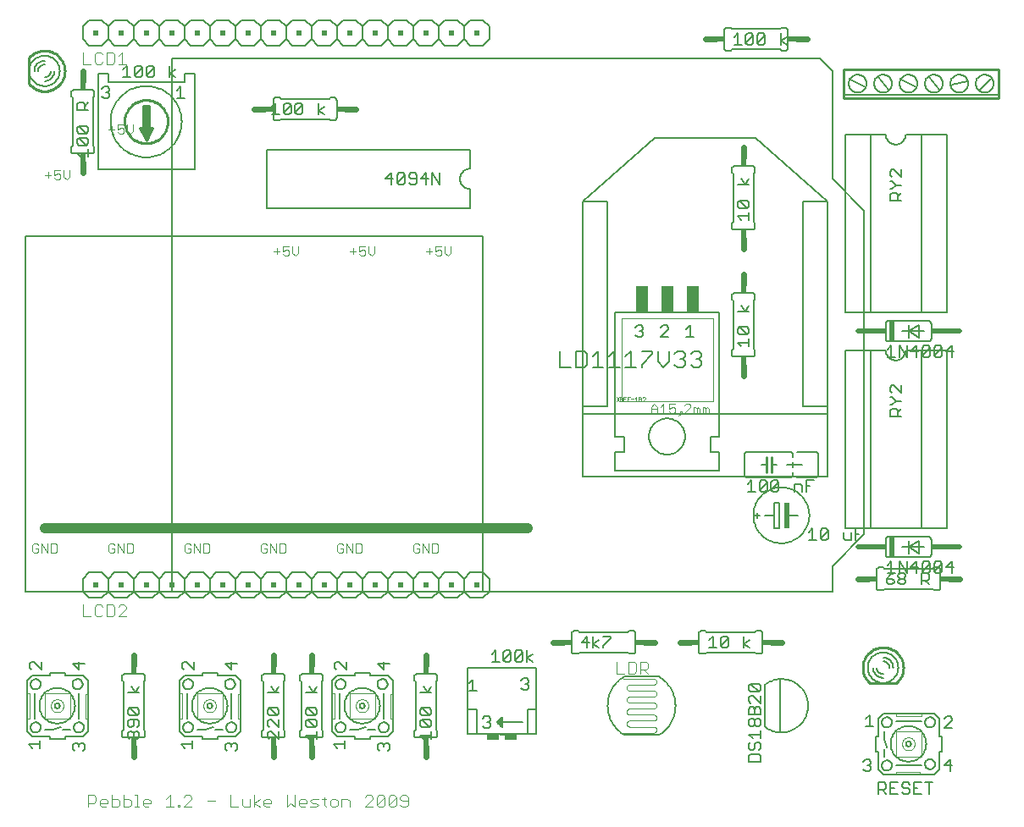
<source format=gto>
G75*
G70*
%OFA0B0*%
%FSLAX24Y24*%
%IPPOS*%
%LPD*%
%AMOC8*
5,1,8,0,0,1.08239X$1,22.5*
%
%ADD10C,0.0030*%
%ADD11C,0.0400*%
%ADD12C,0.0040*%
%ADD13C,0.0050*%
%ADD14C,0.0060*%
%ADD15C,0.0080*%
%ADD16C,0.0240*%
%ADD17R,0.0340X0.0240*%
%ADD18R,0.0240X0.0340*%
%ADD19C,0.0100*%
%ADD20R,0.0500X0.0250*%
%ADD21R,0.0200X0.0100*%
%ADD22R,0.0200X0.0200*%
%ADD23C,0.0020*%
%ADD24C,0.0070*%
%ADD25R,0.0500X0.0350*%
%ADD26R,0.0500X0.0650*%
%ADD27R,0.0200X0.0800*%
%ADD28C,0.0200*%
%ADD29R,0.0750X0.0200*%
%ADD30R,0.0200X0.1000*%
%ADD31C,0.0010*%
D10*
X002443Y011236D02*
X002567Y011236D01*
X002629Y011298D01*
X002629Y011421D01*
X002505Y011421D01*
X002382Y011298D02*
X002382Y011545D01*
X002443Y011607D01*
X002567Y011607D01*
X002629Y011545D01*
X002750Y011607D02*
X002997Y011236D01*
X002997Y011607D01*
X003118Y011607D02*
X003304Y011607D01*
X003365Y011545D01*
X003365Y011298D01*
X003304Y011236D01*
X003118Y011236D01*
X003118Y011607D01*
X002750Y011607D02*
X002750Y011236D01*
X002443Y011236D02*
X002382Y011298D01*
X005382Y011298D02*
X005443Y011236D01*
X005567Y011236D01*
X005629Y011298D01*
X005629Y011421D01*
X005505Y011421D01*
X005382Y011298D02*
X005382Y011545D01*
X005443Y011607D01*
X005567Y011607D01*
X005629Y011545D01*
X005750Y011607D02*
X005997Y011236D01*
X005997Y011607D01*
X006118Y011607D02*
X006304Y011607D01*
X006365Y011545D01*
X006365Y011298D01*
X006304Y011236D01*
X006118Y011236D01*
X006118Y011607D01*
X005750Y011607D02*
X005750Y011236D01*
X008382Y011298D02*
X008443Y011236D01*
X008567Y011236D01*
X008629Y011298D01*
X008629Y011421D01*
X008505Y011421D01*
X008382Y011298D02*
X008382Y011545D01*
X008443Y011607D01*
X008567Y011607D01*
X008629Y011545D01*
X008750Y011607D02*
X008997Y011236D01*
X008997Y011607D01*
X009118Y011607D02*
X009304Y011607D01*
X009365Y011545D01*
X009365Y011298D01*
X009304Y011236D01*
X009118Y011236D01*
X009118Y011607D01*
X008750Y011607D02*
X008750Y011236D01*
X011382Y011298D02*
X011443Y011236D01*
X011567Y011236D01*
X011629Y011298D01*
X011629Y011421D01*
X011505Y011421D01*
X011382Y011298D02*
X011382Y011545D01*
X011443Y011607D01*
X011567Y011607D01*
X011629Y011545D01*
X011750Y011607D02*
X011997Y011236D01*
X011997Y011607D01*
X012118Y011607D02*
X012118Y011236D01*
X012304Y011236D01*
X012365Y011298D01*
X012365Y011545D01*
X012304Y011607D01*
X012118Y011607D01*
X011750Y011607D02*
X011750Y011236D01*
X014382Y011298D02*
X014443Y011236D01*
X014567Y011236D01*
X014629Y011298D01*
X014629Y011421D01*
X014505Y011421D01*
X014382Y011298D02*
X014382Y011545D01*
X014443Y011607D01*
X014567Y011607D01*
X014629Y011545D01*
X014750Y011607D02*
X014997Y011236D01*
X014997Y011607D01*
X015118Y011607D02*
X015304Y011607D01*
X015365Y011545D01*
X015365Y011298D01*
X015304Y011236D01*
X015118Y011236D01*
X015118Y011607D01*
X014750Y011607D02*
X014750Y011236D01*
X017382Y011298D02*
X017443Y011236D01*
X017567Y011236D01*
X017629Y011298D01*
X017629Y011421D01*
X017505Y011421D01*
X017382Y011298D02*
X017382Y011545D01*
X017443Y011607D01*
X017567Y011607D01*
X017629Y011545D01*
X017750Y011607D02*
X017997Y011236D01*
X017997Y011607D01*
X018118Y011607D02*
X018304Y011607D01*
X018365Y011545D01*
X018365Y011298D01*
X018304Y011236D01*
X018118Y011236D01*
X018118Y011607D01*
X017750Y011607D02*
X017750Y011236D01*
X018312Y022936D02*
X018250Y022998D01*
X018312Y022936D02*
X018435Y022936D01*
X018497Y022998D01*
X018497Y023121D01*
X018435Y023183D01*
X018374Y023183D01*
X018250Y023121D01*
X018250Y023307D01*
X018497Y023307D01*
X018618Y023307D02*
X018618Y023060D01*
X018742Y022936D01*
X018865Y023060D01*
X018865Y023307D01*
X018129Y023121D02*
X017882Y023121D01*
X018005Y022998D02*
X018005Y023245D01*
X015865Y023307D02*
X015865Y023060D01*
X015742Y022936D01*
X015618Y023060D01*
X015618Y023307D01*
X015497Y023307D02*
X015250Y023307D01*
X015250Y023121D01*
X015374Y023183D01*
X015435Y023183D01*
X015497Y023121D01*
X015497Y022998D01*
X015435Y022936D01*
X015312Y022936D01*
X015250Y022998D01*
X015129Y023121D02*
X014882Y023121D01*
X015005Y022998D02*
X015005Y023245D01*
X012865Y023307D02*
X012865Y023060D01*
X012742Y022936D01*
X012618Y023060D01*
X012618Y023307D01*
X012497Y023307D02*
X012250Y023307D01*
X012250Y023121D01*
X012374Y023183D01*
X012435Y023183D01*
X012497Y023121D01*
X012497Y022998D01*
X012435Y022936D01*
X012312Y022936D01*
X012250Y022998D01*
X012129Y023121D02*
X011882Y023121D01*
X012005Y022998D02*
X012005Y023245D01*
X006365Y027860D02*
X006242Y027736D01*
X006118Y027860D01*
X006118Y028107D01*
X005997Y028107D02*
X005750Y028107D01*
X005750Y027921D01*
X005874Y027983D01*
X005935Y027983D01*
X005997Y027921D01*
X005997Y027798D01*
X005935Y027736D01*
X005812Y027736D01*
X005750Y027798D01*
X005629Y027921D02*
X005382Y027921D01*
X005505Y027798D02*
X005505Y028045D01*
X006365Y028107D02*
X006365Y027860D01*
X003865Y026307D02*
X003865Y026060D01*
X003742Y025936D01*
X003618Y026060D01*
X003618Y026307D01*
X003497Y026307D02*
X003250Y026307D01*
X003250Y026121D01*
X003374Y026183D01*
X003435Y026183D01*
X003497Y026121D01*
X003497Y025998D01*
X003435Y025936D01*
X003312Y025936D01*
X003250Y025998D01*
X003129Y026121D02*
X002882Y026121D01*
X003005Y025998D02*
X003005Y026245D01*
D11*
X002867Y012221D02*
X021867Y012221D01*
D12*
X026743Y016751D02*
X026743Y016985D01*
X026859Y017102D01*
X026976Y016985D01*
X026976Y016751D01*
X027102Y016751D02*
X027335Y016751D01*
X027219Y016751D02*
X027219Y017102D01*
X027102Y016985D01*
X026976Y016926D02*
X026743Y016926D01*
X027461Y016926D02*
X027578Y016985D01*
X027636Y016985D01*
X027694Y016926D01*
X027694Y016810D01*
X027636Y016751D01*
X027519Y016751D01*
X027461Y016810D01*
X027461Y016926D02*
X027461Y017102D01*
X027694Y017102D01*
X027878Y016810D02*
X027878Y016751D01*
X027937Y016751D01*
X027937Y016810D01*
X027878Y016810D01*
X027937Y016751D02*
X027820Y016635D01*
X028059Y016751D02*
X028293Y016985D01*
X028293Y017043D01*
X028235Y017102D01*
X028118Y017102D01*
X028059Y017043D01*
X028059Y016751D02*
X028293Y016751D01*
X028419Y016751D02*
X028419Y016985D01*
X028477Y016985D01*
X028535Y016926D01*
X028594Y016985D01*
X028652Y016926D01*
X028652Y016751D01*
X028535Y016751D02*
X028535Y016926D01*
X028778Y016985D02*
X028836Y016985D01*
X028894Y016926D01*
X028953Y016985D01*
X029011Y016926D01*
X029011Y016751D01*
X028894Y016751D02*
X028894Y016926D01*
X028778Y016985D02*
X028778Y016751D01*
X026538Y006952D02*
X026614Y006875D01*
X026614Y006721D01*
X026538Y006645D01*
X026307Y006645D01*
X026307Y006491D02*
X026307Y006952D01*
X026538Y006952D01*
X026461Y006645D02*
X026614Y006491D01*
X026839Y006284D02*
X025658Y006284D01*
X025694Y006491D02*
X025387Y006491D01*
X025387Y006952D01*
X025847Y006952D02*
X025847Y006491D01*
X026077Y006491D01*
X026154Y006568D01*
X026154Y006875D01*
X026077Y006952D01*
X025847Y006952D01*
X026839Y006284D02*
X026859Y006282D01*
X026879Y006277D01*
X026898Y006268D01*
X026915Y006256D01*
X026929Y006242D01*
X026941Y006225D01*
X026950Y006206D01*
X026955Y006186D01*
X026957Y006166D01*
X026955Y006146D01*
X026950Y006126D01*
X026941Y006107D01*
X026929Y006090D01*
X026915Y006076D01*
X026898Y006064D01*
X026879Y006055D01*
X026859Y006050D01*
X026839Y006048D01*
X025894Y006048D01*
X025874Y006046D01*
X025854Y006041D01*
X025835Y006032D01*
X025818Y006020D01*
X025804Y006006D01*
X025792Y005989D01*
X025783Y005970D01*
X025778Y005950D01*
X025776Y005930D01*
X025778Y005910D01*
X025783Y005890D01*
X025792Y005871D01*
X025804Y005854D01*
X025818Y005840D01*
X025835Y005828D01*
X025854Y005819D01*
X025874Y005814D01*
X025894Y005812D01*
X026839Y005812D01*
X026859Y005810D01*
X026879Y005805D01*
X026898Y005796D01*
X026915Y005784D01*
X026929Y005770D01*
X026941Y005753D01*
X026950Y005734D01*
X026955Y005714D01*
X026957Y005694D01*
X026955Y005674D01*
X026950Y005654D01*
X026941Y005635D01*
X026929Y005618D01*
X026915Y005604D01*
X026898Y005592D01*
X026879Y005583D01*
X026859Y005578D01*
X026839Y005576D01*
X025894Y005576D01*
X025894Y005575D02*
X025874Y005573D01*
X025854Y005568D01*
X025835Y005559D01*
X025818Y005547D01*
X025804Y005533D01*
X025792Y005516D01*
X025783Y005497D01*
X025778Y005477D01*
X025776Y005457D01*
X025778Y005437D01*
X025783Y005417D01*
X025792Y005398D01*
X025804Y005381D01*
X025818Y005367D01*
X025835Y005355D01*
X025854Y005346D01*
X025874Y005341D01*
X025894Y005339D01*
X026839Y005339D01*
X026859Y005337D01*
X026879Y005332D01*
X026898Y005323D01*
X026915Y005311D01*
X026929Y005297D01*
X026941Y005280D01*
X026950Y005261D01*
X026955Y005241D01*
X026957Y005221D01*
X026955Y005201D01*
X026950Y005181D01*
X026941Y005162D01*
X026929Y005145D01*
X026915Y005131D01*
X026898Y005119D01*
X026879Y005110D01*
X026859Y005105D01*
X026839Y005103D01*
X025894Y005103D01*
X025874Y005101D01*
X025854Y005096D01*
X025835Y005087D01*
X025818Y005075D01*
X025804Y005061D01*
X025792Y005044D01*
X025783Y005025D01*
X025778Y005005D01*
X025776Y004985D01*
X025778Y004965D01*
X025783Y004945D01*
X025792Y004926D01*
X025804Y004909D01*
X025818Y004895D01*
X025835Y004883D01*
X025854Y004874D01*
X025874Y004869D01*
X025894Y004867D01*
X026839Y004867D01*
X026859Y004865D01*
X026879Y004860D01*
X026898Y004851D01*
X026915Y004839D01*
X026929Y004825D01*
X026941Y004808D01*
X026950Y004789D01*
X026955Y004769D01*
X026957Y004749D01*
X026955Y004729D01*
X026950Y004709D01*
X026941Y004690D01*
X026929Y004673D01*
X026915Y004659D01*
X026898Y004647D01*
X026879Y004638D01*
X026859Y004633D01*
X026839Y004631D01*
X025894Y004631D01*
X025874Y004629D01*
X025854Y004624D01*
X025835Y004615D01*
X025818Y004603D01*
X025804Y004589D01*
X025792Y004572D01*
X025783Y004553D01*
X025778Y004533D01*
X025776Y004513D01*
X025778Y004493D01*
X025783Y004473D01*
X025792Y004454D01*
X025804Y004437D01*
X025818Y004423D01*
X025835Y004411D01*
X025854Y004402D01*
X025874Y004397D01*
X025894Y004395D01*
X025894Y004394D02*
X026839Y004394D01*
X026859Y004392D01*
X026879Y004387D01*
X026898Y004378D01*
X026915Y004366D01*
X026929Y004352D01*
X026941Y004335D01*
X026950Y004316D01*
X026955Y004296D01*
X026957Y004276D01*
X026955Y004256D01*
X026950Y004236D01*
X026941Y004217D01*
X026929Y004200D01*
X026915Y004186D01*
X026898Y004174D01*
X026879Y004165D01*
X026859Y004160D01*
X026839Y004158D01*
X025658Y004158D01*
X017170Y001625D02*
X017170Y001318D01*
X017093Y001241D01*
X016940Y001241D01*
X016863Y001318D01*
X016709Y001318D02*
X016633Y001241D01*
X016479Y001241D01*
X016402Y001318D01*
X016709Y001625D01*
X016709Y001318D01*
X016863Y001548D02*
X016940Y001471D01*
X017170Y001471D01*
X017170Y001625D02*
X017093Y001702D01*
X016940Y001702D01*
X016863Y001625D01*
X016863Y001548D01*
X016709Y001625D02*
X016633Y001702D01*
X016479Y001702D01*
X016402Y001625D01*
X016402Y001318D01*
X016249Y001318D02*
X016172Y001241D01*
X016019Y001241D01*
X015942Y001318D01*
X016249Y001625D01*
X016249Y001318D01*
X015942Y001318D02*
X015942Y001625D01*
X016019Y001702D01*
X016172Y001702D01*
X016249Y001625D01*
X015789Y001625D02*
X015712Y001702D01*
X015558Y001702D01*
X015482Y001625D01*
X015789Y001625D02*
X015789Y001548D01*
X015482Y001241D01*
X015789Y001241D01*
X014868Y001241D02*
X014868Y001471D01*
X014791Y001548D01*
X014561Y001548D01*
X014561Y001241D01*
X014408Y001318D02*
X014408Y001471D01*
X014331Y001548D01*
X014177Y001548D01*
X014101Y001471D01*
X014101Y001318D01*
X014177Y001241D01*
X014331Y001241D01*
X014408Y001318D01*
X013947Y001241D02*
X013871Y001318D01*
X013871Y001625D01*
X013794Y001548D02*
X013947Y001548D01*
X013640Y001548D02*
X013410Y001548D01*
X013333Y001471D01*
X013410Y001395D01*
X013564Y001395D01*
X013640Y001318D01*
X013564Y001241D01*
X013333Y001241D01*
X013180Y001395D02*
X012873Y001395D01*
X012873Y001471D02*
X012950Y001548D01*
X013103Y001548D01*
X013180Y001471D01*
X013180Y001395D01*
X013103Y001241D02*
X012950Y001241D01*
X012873Y001318D01*
X012873Y001471D01*
X012720Y001241D02*
X012566Y001395D01*
X012413Y001241D01*
X012413Y001702D01*
X012720Y001702D02*
X012720Y001241D01*
X011799Y001395D02*
X011492Y001395D01*
X011492Y001471D02*
X011569Y001548D01*
X011722Y001548D01*
X011799Y001471D01*
X011799Y001395D01*
X011722Y001241D02*
X011569Y001241D01*
X011492Y001318D01*
X011492Y001471D01*
X011339Y001548D02*
X011108Y001395D01*
X011339Y001241D01*
X011108Y001241D02*
X011108Y001702D01*
X010955Y001548D02*
X010955Y001241D01*
X010725Y001241D01*
X010648Y001318D01*
X010648Y001548D01*
X010495Y001241D02*
X010188Y001241D01*
X010188Y001702D01*
X009574Y001471D02*
X009267Y001471D01*
X008653Y001548D02*
X008346Y001241D01*
X008653Y001241D01*
X008653Y001548D02*
X008653Y001625D01*
X008576Y001702D01*
X008423Y001702D01*
X008346Y001625D01*
X008193Y001318D02*
X008193Y001241D01*
X008116Y001241D01*
X008116Y001318D01*
X008193Y001318D01*
X007963Y001241D02*
X007656Y001241D01*
X007809Y001241D02*
X007809Y001702D01*
X007656Y001548D01*
X007042Y001471D02*
X007042Y001395D01*
X006735Y001395D01*
X006735Y001471D02*
X006812Y001548D01*
X006965Y001548D01*
X007042Y001471D01*
X006965Y001241D02*
X006812Y001241D01*
X006735Y001318D01*
X006735Y001471D01*
X006582Y001241D02*
X006428Y001241D01*
X006505Y001241D02*
X006505Y001702D01*
X006428Y001702D01*
X006198Y001548D02*
X005968Y001548D01*
X005968Y001702D02*
X005968Y001241D01*
X006198Y001241D01*
X006275Y001318D01*
X006275Y001471D01*
X006198Y001548D01*
X005814Y001471D02*
X005814Y001318D01*
X005738Y001241D01*
X005507Y001241D01*
X005507Y001702D01*
X005507Y001548D02*
X005738Y001548D01*
X005814Y001471D01*
X005354Y001471D02*
X005354Y001395D01*
X005047Y001395D01*
X005047Y001471D02*
X005124Y001548D01*
X005277Y001548D01*
X005354Y001471D01*
X005277Y001241D02*
X005124Y001241D01*
X005047Y001318D01*
X005047Y001471D01*
X004894Y001471D02*
X004817Y001395D01*
X004587Y001395D01*
X004587Y001241D02*
X004587Y001702D01*
X004817Y001702D01*
X004894Y001625D01*
X004894Y001471D01*
X004924Y008741D02*
X005077Y008741D01*
X005154Y008818D01*
X005307Y008741D02*
X005538Y008741D01*
X005614Y008818D01*
X005614Y009125D01*
X005538Y009202D01*
X005307Y009202D01*
X005307Y008741D01*
X004924Y008741D02*
X004847Y008818D01*
X004847Y009125D01*
X004924Y009202D01*
X005077Y009202D01*
X005154Y009125D01*
X004694Y008741D02*
X004387Y008741D01*
X004387Y009202D01*
X005768Y009125D02*
X005845Y009202D01*
X005998Y009202D01*
X006075Y009125D01*
X006075Y009048D01*
X005768Y008741D01*
X006075Y008741D01*
X006075Y030491D02*
X005768Y030491D01*
X005921Y030491D02*
X005921Y030952D01*
X005768Y030798D01*
X005614Y030875D02*
X005538Y030952D01*
X005307Y030952D01*
X005307Y030491D01*
X005538Y030491D01*
X005614Y030568D01*
X005614Y030875D01*
X005154Y030875D02*
X005077Y030952D01*
X004924Y030952D01*
X004847Y030875D01*
X004847Y030568D01*
X004924Y030491D01*
X005077Y030491D01*
X005154Y030568D01*
X004694Y030491D02*
X004387Y030491D01*
X004387Y030952D01*
D13*
X002241Y003696D02*
X002392Y003546D01*
X002241Y003696D02*
X002692Y003696D01*
X002692Y003546D02*
X002692Y003846D01*
X003991Y003671D02*
X004066Y003746D01*
X004142Y003746D01*
X004217Y003671D01*
X004292Y003746D01*
X004367Y003746D01*
X004442Y003671D01*
X004442Y003521D01*
X004367Y003446D01*
X004217Y003596D02*
X004217Y003671D01*
X003991Y003671D02*
X003991Y003521D01*
X004066Y003446D01*
X006141Y003986D02*
X006141Y004136D01*
X006216Y004211D01*
X006292Y004211D01*
X006367Y004136D01*
X006442Y004211D01*
X006517Y004211D01*
X006592Y004136D01*
X006592Y003986D01*
X006517Y003911D01*
X006367Y004061D02*
X006367Y004136D01*
X006292Y004371D02*
X006367Y004446D01*
X006367Y004672D01*
X006517Y004672D02*
X006216Y004672D01*
X006141Y004597D01*
X006141Y004446D01*
X006216Y004371D01*
X006292Y004371D01*
X006517Y004371D02*
X006592Y004446D01*
X006592Y004597D01*
X006517Y004672D01*
X006517Y004832D02*
X006216Y004832D01*
X006141Y004907D01*
X006141Y005057D01*
X006216Y005132D01*
X006517Y004832D01*
X006592Y004907D01*
X006592Y005057D01*
X006517Y005132D01*
X006216Y005132D01*
X006141Y005752D02*
X006592Y005752D01*
X006442Y005752D02*
X006292Y005978D01*
X006442Y005752D02*
X006592Y005978D01*
X008291Y006721D02*
X008366Y006646D01*
X008291Y006721D02*
X008291Y006871D01*
X008366Y006946D01*
X008442Y006946D01*
X008742Y006646D01*
X008742Y006946D01*
X009991Y006871D02*
X010217Y006646D01*
X010217Y006946D01*
X010442Y006871D02*
X009991Y006871D01*
X011641Y005752D02*
X012092Y005752D01*
X011942Y005752D02*
X011792Y005978D01*
X011942Y005752D02*
X012092Y005978D01*
X012017Y005132D02*
X012092Y005057D01*
X012092Y004907D01*
X012017Y004832D01*
X011716Y005132D01*
X012017Y005132D01*
X012017Y004832D02*
X011716Y004832D01*
X011641Y004907D01*
X011641Y005057D01*
X011716Y005132D01*
X011716Y004672D02*
X011641Y004597D01*
X011641Y004446D01*
X011716Y004371D01*
X011716Y004211D02*
X011641Y004136D01*
X011641Y003986D01*
X011716Y003911D01*
X011716Y004211D02*
X011792Y004211D01*
X012092Y003911D01*
X012092Y004211D01*
X012092Y004371D02*
X011792Y004672D01*
X011716Y004672D01*
X012092Y004672D02*
X012092Y004371D01*
X013141Y004446D02*
X013216Y004371D01*
X013517Y004371D01*
X013216Y004672D01*
X013517Y004672D01*
X013592Y004597D01*
X013592Y004446D01*
X013517Y004371D01*
X013592Y004211D02*
X013592Y003911D01*
X013592Y004061D02*
X013141Y004061D01*
X013292Y003911D01*
X013141Y004446D02*
X013141Y004597D01*
X013216Y004672D01*
X013216Y004832D02*
X013141Y004907D01*
X013141Y005057D01*
X013216Y005132D01*
X013517Y004832D01*
X013592Y004907D01*
X013592Y005057D01*
X013517Y005132D01*
X013216Y005132D01*
X013216Y004832D02*
X013517Y004832D01*
X013592Y005752D02*
X013141Y005752D01*
X013292Y005978D02*
X013442Y005752D01*
X013592Y005978D01*
X014291Y006721D02*
X014366Y006646D01*
X014291Y006721D02*
X014291Y006871D01*
X014366Y006946D01*
X014442Y006946D01*
X014742Y006646D01*
X014742Y006946D01*
X015991Y006871D02*
X016217Y006646D01*
X016217Y006946D01*
X016442Y006871D02*
X015991Y006871D01*
X017641Y005752D02*
X018092Y005752D01*
X017942Y005752D02*
X017792Y005978D01*
X017942Y005752D02*
X018092Y005978D01*
X018017Y005132D02*
X017716Y005132D01*
X018017Y004832D01*
X018092Y004907D01*
X018092Y005057D01*
X018017Y005132D01*
X018017Y004832D02*
X017716Y004832D01*
X017641Y004907D01*
X017641Y005057D01*
X017716Y005132D01*
X017716Y004672D02*
X018017Y004371D01*
X018092Y004446D01*
X018092Y004597D01*
X018017Y004672D01*
X017716Y004672D01*
X017641Y004597D01*
X017641Y004446D01*
X017716Y004371D01*
X018017Y004371D01*
X018092Y004211D02*
X018092Y003911D01*
X018092Y004061D02*
X017641Y004061D01*
X017792Y003911D01*
X016442Y003671D02*
X016442Y003521D01*
X016367Y003446D01*
X016217Y003596D02*
X016217Y003671D01*
X016292Y003746D01*
X016367Y003746D01*
X016442Y003671D01*
X016217Y003671D02*
X016142Y003746D01*
X016066Y003746D01*
X015991Y003671D01*
X015991Y003521D01*
X016066Y003446D01*
X014692Y003546D02*
X014692Y003846D01*
X014692Y003696D02*
X014241Y003696D01*
X014392Y003546D01*
X010442Y003521D02*
X010367Y003446D01*
X010442Y003521D02*
X010442Y003671D01*
X010367Y003746D01*
X010292Y003746D01*
X010217Y003671D01*
X010217Y003596D01*
X010217Y003671D02*
X010142Y003746D01*
X010066Y003746D01*
X009991Y003671D01*
X009991Y003521D01*
X010066Y003446D01*
X008692Y003546D02*
X008692Y003846D01*
X008692Y003696D02*
X008241Y003696D01*
X008392Y003546D01*
X006216Y003911D02*
X006141Y003986D01*
X004217Y006646D02*
X004217Y006946D01*
X004442Y006871D02*
X003991Y006871D01*
X004217Y006646D01*
X002742Y006646D02*
X002442Y006946D01*
X002366Y006946D01*
X002291Y006871D01*
X002291Y006721D01*
X002366Y006646D01*
X002742Y006646D02*
X002742Y006946D01*
X007867Y009721D02*
X007867Y030721D01*
X033367Y030721D01*
X033867Y030221D01*
X033867Y025971D01*
X035117Y024721D01*
X035117Y011971D01*
X033867Y010721D01*
X033867Y009721D01*
X007867Y009721D01*
X019581Y006096D02*
X019732Y006247D01*
X019732Y005796D01*
X019882Y005796D02*
X019581Y005796D01*
X020196Y004797D02*
X020346Y004797D01*
X020421Y004722D01*
X020421Y004646D01*
X020346Y004571D01*
X020421Y004496D01*
X020421Y004421D01*
X020346Y004346D01*
X020196Y004346D01*
X020121Y004421D01*
X020271Y004571D02*
X020346Y004571D01*
X020121Y004722D02*
X020196Y004797D01*
X021631Y005921D02*
X021706Y005846D01*
X021857Y005846D01*
X021932Y005921D01*
X021932Y005996D01*
X021857Y006071D01*
X021782Y006071D01*
X021857Y006071D02*
X021932Y006146D01*
X021932Y006222D01*
X021857Y006297D01*
X021706Y006297D01*
X021631Y006222D01*
X021613Y006946D02*
X021463Y006946D01*
X021388Y007021D01*
X021688Y007322D01*
X021688Y007021D01*
X021613Y006946D01*
X021848Y006946D02*
X021848Y007397D01*
X021688Y007322D02*
X021613Y007397D01*
X021463Y007397D01*
X021388Y007322D01*
X021388Y007021D01*
X021228Y007021D02*
X021152Y006946D01*
X021002Y006946D01*
X020927Y007021D01*
X021228Y007322D01*
X021228Y007021D01*
X021228Y007322D02*
X021152Y007397D01*
X021002Y007397D01*
X020927Y007322D01*
X020927Y007021D01*
X020767Y006946D02*
X020467Y006946D01*
X020617Y006946D02*
X020617Y007397D01*
X020467Y007246D01*
X021848Y007096D02*
X022073Y007246D01*
X021848Y007096D02*
X022073Y006946D01*
X024002Y007721D02*
X024302Y007721D01*
X024462Y007646D02*
X024687Y007796D01*
X024846Y007947D02*
X025146Y007947D01*
X025146Y007872D01*
X024846Y007571D01*
X024846Y007496D01*
X024687Y007496D02*
X024462Y007646D01*
X024462Y007496D02*
X024462Y007947D01*
X024227Y007947D02*
X024002Y007721D01*
X024227Y007496D02*
X024227Y007947D01*
X029017Y007796D02*
X029167Y007947D01*
X029167Y007496D01*
X029017Y007496D02*
X029317Y007496D01*
X029477Y007571D02*
X029778Y007872D01*
X029778Y007571D01*
X029702Y007496D01*
X029552Y007496D01*
X029477Y007571D01*
X029477Y007872D01*
X029552Y007947D01*
X029702Y007947D01*
X029778Y007872D01*
X030398Y007947D02*
X030398Y007496D01*
X030398Y007646D02*
X030623Y007796D01*
X030398Y007646D02*
X030623Y007496D01*
X031817Y006270D02*
X031817Y005774D01*
X031817Y005669D01*
X031817Y004774D01*
X031817Y004669D01*
X031817Y004172D01*
X031217Y004396D02*
X031217Y006046D01*
X031042Y006011D02*
X031042Y005861D01*
X030967Y005786D01*
X030666Y006086D01*
X030967Y006086D01*
X031042Y006011D01*
X030967Y005786D02*
X030666Y005786D01*
X030591Y005861D01*
X030591Y006011D01*
X030666Y006086D01*
X030666Y005626D02*
X030591Y005550D01*
X030591Y005400D01*
X030666Y005325D01*
X030666Y005165D02*
X030742Y005165D01*
X030817Y005090D01*
X030817Y004865D01*
X030892Y004705D02*
X030967Y004705D01*
X031042Y004630D01*
X031042Y004480D01*
X030967Y004405D01*
X030892Y004405D01*
X030817Y004480D01*
X030817Y004630D01*
X030892Y004705D01*
X030817Y004630D02*
X030742Y004705D01*
X030666Y004705D01*
X030591Y004630D01*
X030591Y004480D01*
X030666Y004405D01*
X030742Y004405D01*
X030817Y004480D01*
X031042Y004244D02*
X031042Y003944D01*
X031042Y004094D02*
X030591Y004094D01*
X030742Y003944D01*
X030666Y003784D02*
X030591Y003709D01*
X030591Y003559D01*
X030666Y003484D01*
X030742Y003484D01*
X030817Y003559D01*
X030817Y003709D01*
X030892Y003784D01*
X030967Y003784D01*
X031042Y003709D01*
X031042Y003559D01*
X030967Y003484D01*
X030967Y003324D02*
X030666Y003324D01*
X030591Y003249D01*
X030591Y003024D01*
X031042Y003024D01*
X031042Y003249D01*
X030967Y003324D01*
X031042Y004865D02*
X030591Y004865D01*
X030591Y005090D01*
X030666Y005165D01*
X030817Y005090D02*
X030892Y005165D01*
X030967Y005165D01*
X031042Y005090D01*
X031042Y004865D01*
X031042Y005325D02*
X030742Y005626D01*
X030666Y005626D01*
X031042Y005626D02*
X031042Y005325D01*
X031817Y004172D02*
X031881Y004171D01*
X031945Y004174D01*
X032009Y004181D01*
X032072Y004191D01*
X032134Y004206D01*
X032195Y004224D01*
X032256Y004246D01*
X032314Y004271D01*
X031429Y004267D02*
X031373Y004294D01*
X031319Y004325D01*
X031267Y004359D01*
X031217Y004396D01*
X031817Y006270D02*
X031881Y006271D01*
X031945Y006268D01*
X032009Y006261D01*
X032072Y006251D01*
X032134Y006236D01*
X032195Y006218D01*
X032256Y006196D01*
X032314Y006171D01*
X031420Y006171D02*
X031366Y006144D01*
X031315Y006114D01*
X031265Y006081D01*
X031217Y006046D01*
X031420Y004271D02*
X031474Y004247D01*
X031529Y004227D01*
X031585Y004210D01*
X031642Y004195D01*
X031700Y004184D01*
X031758Y004177D01*
X031817Y004172D01*
X032314Y004271D02*
X032371Y004300D01*
X032427Y004333D01*
X032480Y004368D01*
X032531Y004408D01*
X032579Y004450D01*
X032625Y004495D01*
X032668Y004542D01*
X032708Y004592D01*
X032745Y004645D01*
X032778Y004700D01*
X032809Y004756D01*
X032835Y004815D01*
X032858Y004875D01*
X032878Y004936D01*
X032893Y004998D01*
X032905Y005061D01*
X032913Y005125D01*
X032917Y005189D01*
X032917Y005253D01*
X032913Y005317D01*
X032905Y005381D01*
X032893Y005444D01*
X032878Y005506D01*
X032858Y005567D01*
X032835Y005627D01*
X032809Y005686D01*
X032778Y005742D01*
X032745Y005797D01*
X032708Y005850D01*
X032668Y005900D01*
X032625Y005947D01*
X032579Y005992D01*
X032531Y006034D01*
X032480Y006074D01*
X032427Y006109D01*
X032371Y006142D01*
X032314Y006171D01*
X031817Y006270D02*
X031758Y006265D01*
X031700Y006258D01*
X031642Y006247D01*
X031585Y006232D01*
X031529Y006215D01*
X031474Y006195D01*
X031420Y006171D01*
X035192Y004696D02*
X035342Y004847D01*
X035342Y004396D01*
X035192Y004396D02*
X035492Y004396D01*
X035317Y003097D02*
X035392Y003022D01*
X035392Y002946D01*
X035317Y002871D01*
X035392Y002796D01*
X035392Y002721D01*
X035317Y002646D01*
X035167Y002646D01*
X035092Y002721D01*
X035242Y002871D02*
X035317Y002871D01*
X035317Y003097D02*
X035167Y003097D01*
X035092Y003022D01*
X035692Y002197D02*
X035917Y002197D01*
X035992Y002122D01*
X035992Y001971D01*
X035917Y001896D01*
X035692Y001896D01*
X035692Y001746D02*
X035692Y002197D01*
X035842Y001896D02*
X035992Y001746D01*
X036152Y001746D02*
X036452Y001746D01*
X036612Y001821D02*
X036688Y001746D01*
X036838Y001746D01*
X036913Y001821D01*
X036913Y001896D01*
X036838Y001971D01*
X036688Y001971D01*
X036612Y002046D01*
X036612Y002122D01*
X036688Y002197D01*
X036838Y002197D01*
X036913Y002122D01*
X037073Y002197D02*
X037073Y001746D01*
X037373Y001746D01*
X037223Y001971D02*
X037073Y001971D01*
X037073Y002197D02*
X037373Y002197D01*
X037533Y002197D02*
X037833Y002197D01*
X037683Y002197D02*
X037683Y001746D01*
X038517Y002646D02*
X038517Y003097D01*
X038292Y002871D01*
X038592Y002871D01*
X038592Y004346D02*
X038292Y004346D01*
X038592Y004646D01*
X038592Y004722D01*
X038517Y004797D01*
X038367Y004797D01*
X038292Y004722D01*
X036452Y002197D02*
X036152Y002197D01*
X036152Y001746D01*
X036152Y001971D02*
X036302Y001971D01*
X036227Y009996D02*
X036077Y009996D01*
X036002Y010071D01*
X036002Y010221D01*
X036227Y010221D01*
X036302Y010146D01*
X036302Y010071D01*
X036227Y009996D01*
X036462Y010071D02*
X036462Y010146D01*
X036537Y010221D01*
X036687Y010221D01*
X036762Y010146D01*
X036762Y010071D01*
X036687Y009996D01*
X036537Y009996D01*
X036462Y010071D01*
X036537Y010221D02*
X036462Y010296D01*
X036462Y010372D01*
X036537Y010447D01*
X036687Y010447D01*
X036762Y010372D01*
X036762Y010296D01*
X036687Y010221D01*
X036802Y010446D02*
X036802Y010897D01*
X036962Y010671D02*
X037263Y010671D01*
X037423Y010521D02*
X037423Y010822D01*
X037498Y010897D01*
X037648Y010897D01*
X037723Y010822D01*
X037423Y010521D01*
X037498Y010446D01*
X037648Y010446D01*
X037723Y010521D01*
X037723Y010822D01*
X037883Y010822D02*
X037883Y010521D01*
X038183Y010822D01*
X038183Y010521D01*
X038108Y010446D01*
X037958Y010446D01*
X037883Y010521D01*
X037683Y010372D02*
X037683Y010221D01*
X037608Y010146D01*
X037383Y010146D01*
X037383Y009996D02*
X037383Y010447D01*
X037608Y010447D01*
X037683Y010372D01*
X037533Y010146D02*
X037683Y009996D01*
X037188Y010446D02*
X037188Y010897D01*
X036962Y010671D01*
X036802Y010446D02*
X036502Y010897D01*
X036502Y010446D01*
X036342Y010446D02*
X036042Y010446D01*
X036152Y010372D02*
X036002Y010221D01*
X036152Y010372D02*
X036302Y010447D01*
X036192Y010446D02*
X036192Y010897D01*
X036042Y010746D01*
X034783Y011746D02*
X034783Y012197D01*
X035083Y012197D01*
X034933Y011971D02*
X034783Y011971D01*
X034623Y012046D02*
X034623Y011746D01*
X034398Y011746D01*
X034323Y011821D01*
X034323Y012046D01*
X033702Y012122D02*
X033702Y011821D01*
X033627Y011746D01*
X033477Y011746D01*
X033402Y011821D01*
X033702Y012122D01*
X033627Y012197D01*
X033477Y012197D01*
X033402Y012122D01*
X033402Y011821D01*
X033242Y011746D02*
X032942Y011746D01*
X033092Y011746D02*
X033092Y012197D01*
X032942Y012046D01*
X032844Y013646D02*
X032844Y014097D01*
X033144Y014097D01*
X032994Y013871D02*
X032844Y013871D01*
X032683Y013871D02*
X032683Y013646D01*
X032683Y013871D02*
X032608Y013946D01*
X032383Y013946D01*
X032383Y013646D01*
X031763Y013721D02*
X031763Y014022D01*
X031463Y013721D01*
X031538Y013646D01*
X031688Y013646D01*
X031763Y013721D01*
X031463Y013721D02*
X031463Y014022D01*
X031538Y014097D01*
X031688Y014097D01*
X031763Y014022D01*
X031302Y014022D02*
X031302Y013721D01*
X031227Y013646D01*
X031077Y013646D01*
X031002Y013721D01*
X031302Y014022D01*
X031227Y014097D01*
X031077Y014097D01*
X031002Y014022D01*
X031002Y013721D01*
X030842Y013646D02*
X030542Y013646D01*
X030692Y013646D02*
X030692Y014097D01*
X030542Y013946D01*
X036141Y016615D02*
X036141Y016840D01*
X036216Y016915D01*
X036367Y016915D01*
X036442Y016840D01*
X036442Y016615D01*
X036592Y016615D02*
X036141Y016615D01*
X036442Y016765D02*
X036592Y016915D01*
X036592Y017226D02*
X036367Y017226D01*
X036216Y017376D01*
X036141Y017376D01*
X036216Y017536D02*
X036141Y017611D01*
X036141Y017761D01*
X036216Y017836D01*
X036292Y017836D01*
X036592Y017536D01*
X036592Y017836D01*
X036367Y017226D02*
X036216Y017075D01*
X036141Y017075D01*
X036192Y018946D02*
X036192Y019397D01*
X036042Y019246D01*
X036042Y018946D02*
X036342Y018946D01*
X036502Y018946D02*
X036502Y019397D01*
X036802Y018946D01*
X036802Y019397D01*
X036962Y019171D02*
X037263Y019171D01*
X037423Y019021D02*
X037723Y019322D01*
X037723Y019021D01*
X037648Y018946D01*
X037498Y018946D01*
X037423Y019021D01*
X037423Y019322D01*
X037498Y019397D01*
X037648Y019397D01*
X037723Y019322D01*
X037883Y019322D02*
X037958Y019397D01*
X038108Y019397D01*
X038183Y019322D01*
X037883Y019021D01*
X037958Y018946D01*
X038108Y018946D01*
X038183Y019021D01*
X038183Y019322D01*
X038344Y019171D02*
X038569Y019397D01*
X038569Y018946D01*
X038644Y019171D02*
X038344Y019171D01*
X037883Y019021D02*
X037883Y019322D01*
X037188Y019397D02*
X037188Y018946D01*
X036962Y019171D02*
X037188Y019397D01*
X036592Y025115D02*
X036141Y025115D01*
X036141Y025340D01*
X036216Y025415D01*
X036367Y025415D01*
X036442Y025340D01*
X036442Y025115D01*
X036442Y025265D02*
X036592Y025415D01*
X036592Y025726D02*
X036367Y025726D01*
X036216Y025876D01*
X036141Y025876D01*
X036216Y026036D02*
X036141Y026111D01*
X036141Y026261D01*
X036216Y026336D01*
X036292Y026336D01*
X036592Y026036D01*
X036592Y026336D01*
X036367Y025726D02*
X036216Y025575D01*
X036141Y025575D01*
X030592Y025737D02*
X030141Y025737D01*
X030292Y025962D02*
X030442Y025737D01*
X030592Y025962D01*
X030517Y025117D02*
X030216Y025117D01*
X030517Y024817D01*
X030592Y024892D01*
X030592Y025042D01*
X030517Y025117D01*
X030517Y024817D02*
X030216Y024817D01*
X030141Y024892D01*
X030141Y025042D01*
X030216Y025117D01*
X030592Y024656D02*
X030592Y024356D01*
X030592Y024506D02*
X030141Y024506D01*
X030292Y024356D01*
X030292Y020978D02*
X030442Y020753D01*
X030592Y020978D01*
X030592Y020753D02*
X030141Y020753D01*
X030217Y020132D02*
X030517Y019832D01*
X030592Y019907D01*
X030592Y020057D01*
X030517Y020132D01*
X030217Y020132D01*
X030141Y020057D01*
X030141Y019907D01*
X030217Y019832D01*
X030517Y019832D01*
X030592Y019672D02*
X030592Y019371D01*
X030592Y019522D02*
X030141Y019522D01*
X030292Y019371D01*
X028432Y019746D02*
X028131Y019746D01*
X028282Y019746D02*
X028282Y020197D01*
X028131Y020046D01*
X027432Y020046D02*
X027131Y019746D01*
X027432Y019746D01*
X027432Y020046D02*
X027432Y020122D01*
X027357Y020197D01*
X027206Y020197D01*
X027131Y020122D01*
X026432Y020122D02*
X026432Y020046D01*
X026357Y019971D01*
X026432Y019896D01*
X026432Y019821D01*
X026357Y019746D01*
X026206Y019746D01*
X026131Y019821D01*
X026282Y019971D02*
X026357Y019971D01*
X026432Y020122D02*
X026357Y020197D01*
X026206Y020197D01*
X026131Y020122D01*
X018431Y025746D02*
X018431Y026197D01*
X018131Y026197D02*
X018431Y025746D01*
X018131Y025746D02*
X018131Y026197D01*
X017896Y026197D02*
X017671Y025971D01*
X017971Y025971D01*
X017896Y025746D02*
X017896Y026197D01*
X017511Y026122D02*
X017436Y026197D01*
X017286Y026197D01*
X017211Y026122D01*
X017211Y026046D01*
X017286Y025971D01*
X017511Y025971D01*
X017511Y025821D02*
X017511Y026122D01*
X017511Y025821D02*
X017436Y025746D01*
X017286Y025746D01*
X017211Y025821D01*
X017050Y025821D02*
X016975Y025746D01*
X016825Y025746D01*
X016750Y025821D01*
X017050Y026122D01*
X017050Y025821D01*
X016750Y025821D02*
X016750Y026122D01*
X016825Y026197D01*
X016975Y026197D01*
X017050Y026122D01*
X016590Y025971D02*
X016290Y025971D01*
X016515Y026197D01*
X016515Y025746D01*
X013873Y028496D02*
X013648Y028646D01*
X013873Y028796D01*
X013648Y028947D02*
X013648Y028496D01*
X013028Y028571D02*
X012952Y028496D01*
X012802Y028496D01*
X012727Y028571D01*
X013028Y028872D01*
X013028Y028571D01*
X013028Y028872D02*
X012952Y028947D01*
X012802Y028947D01*
X012727Y028872D01*
X012727Y028571D01*
X012567Y028571D02*
X012492Y028496D01*
X012342Y028496D01*
X012267Y028571D01*
X012567Y028872D01*
X012567Y028571D01*
X012267Y028571D02*
X012267Y028872D01*
X012342Y028947D01*
X012492Y028947D01*
X012567Y028872D01*
X012107Y028496D02*
X011807Y028496D01*
X011957Y028496D02*
X011957Y028947D01*
X011807Y028796D01*
X008382Y029146D02*
X008081Y029146D01*
X008232Y029146D02*
X008232Y029597D01*
X008081Y029446D01*
X008023Y029976D02*
X007798Y030126D01*
X008023Y030276D01*
X007798Y030427D02*
X007798Y029976D01*
X007178Y030051D02*
X007178Y030352D01*
X006877Y030051D01*
X006952Y029976D01*
X007102Y029976D01*
X007178Y030051D01*
X007178Y030352D02*
X007102Y030427D01*
X006952Y030427D01*
X006877Y030352D01*
X006877Y030051D01*
X006717Y030051D02*
X006642Y029976D01*
X006492Y029976D01*
X006417Y030051D01*
X006717Y030352D01*
X006717Y030051D01*
X006417Y030051D02*
X006417Y030352D01*
X006492Y030427D01*
X006642Y030427D01*
X006717Y030352D01*
X006257Y029976D02*
X005957Y029976D01*
X006107Y029976D02*
X006107Y030427D01*
X005957Y030276D01*
X005357Y029597D02*
X005432Y029522D01*
X005432Y029446D01*
X005357Y029371D01*
X005432Y029296D01*
X005432Y029221D01*
X005357Y029146D01*
X005206Y029146D01*
X005131Y029221D01*
X005282Y029371D02*
X005357Y029371D01*
X005357Y029597D02*
X005206Y029597D01*
X005131Y029522D01*
X004592Y028976D02*
X004442Y028826D01*
X004442Y028901D02*
X004442Y028676D01*
X004592Y028676D02*
X004141Y028676D01*
X004141Y028901D01*
X004216Y028976D01*
X004367Y028976D01*
X004442Y028901D01*
X004517Y028055D02*
X004592Y027980D01*
X004592Y027830D01*
X004517Y027755D01*
X004216Y028055D01*
X004517Y028055D01*
X004517Y027755D02*
X004216Y027755D01*
X004141Y027830D01*
X004141Y027980D01*
X004216Y028055D01*
X004216Y027595D02*
X004141Y027520D01*
X004141Y027370D01*
X004216Y027295D01*
X004517Y027295D01*
X004216Y027595D01*
X004517Y027595D01*
X004592Y027520D01*
X004592Y027370D01*
X004517Y027295D01*
X004592Y027135D02*
X004592Y026834D01*
X004592Y026984D02*
X004141Y026984D01*
X004292Y026834D01*
X030002Y031246D02*
X030302Y031246D01*
X030152Y031246D02*
X030152Y031697D01*
X030002Y031546D01*
X030462Y031622D02*
X030537Y031697D01*
X030687Y031697D01*
X030762Y031622D01*
X030462Y031321D01*
X030537Y031246D01*
X030687Y031246D01*
X030762Y031321D01*
X030762Y031622D01*
X030922Y031622D02*
X030922Y031321D01*
X031223Y031622D01*
X031223Y031321D01*
X031148Y031246D01*
X030998Y031246D01*
X030922Y031321D01*
X030922Y031622D02*
X030998Y031697D01*
X031148Y031697D01*
X031223Y031622D01*
X031843Y031697D02*
X031843Y031246D01*
X031843Y031396D02*
X032068Y031546D01*
X031843Y031396D02*
X032068Y031246D01*
X030462Y031321D02*
X030462Y031622D01*
X037958Y010897D02*
X038108Y010897D01*
X038183Y010822D01*
X038344Y010671D02*
X038569Y010897D01*
X038569Y010446D01*
X038644Y010671D02*
X038344Y010671D01*
X037958Y010897D02*
X037883Y010822D01*
D14*
X037867Y010671D02*
X038017Y010671D01*
X038034Y010669D01*
X038051Y010665D01*
X038067Y010658D01*
X038081Y010648D01*
X038094Y010635D01*
X038104Y010621D01*
X038111Y010605D01*
X038115Y010588D01*
X038117Y010571D01*
X038117Y009871D01*
X038115Y009854D01*
X038111Y009837D01*
X038104Y009821D01*
X038094Y009807D01*
X038081Y009794D01*
X038067Y009784D01*
X038051Y009777D01*
X038034Y009773D01*
X038017Y009771D01*
X037867Y009771D01*
X037817Y009821D01*
X035917Y009821D01*
X035867Y009771D01*
X035717Y009771D01*
X035700Y009773D01*
X035683Y009777D01*
X035667Y009784D01*
X035653Y009794D01*
X035640Y009807D01*
X035630Y009821D01*
X035623Y009837D01*
X035619Y009854D01*
X035617Y009871D01*
X035617Y010571D01*
X035619Y010588D01*
X035623Y010605D01*
X035630Y010621D01*
X035640Y010635D01*
X035653Y010648D01*
X035667Y010658D01*
X035683Y010665D01*
X035700Y010669D01*
X035717Y010671D01*
X035867Y010671D01*
X035917Y010621D01*
X037817Y010621D01*
X037867Y010671D01*
X037667Y011071D02*
X036067Y011071D01*
X036050Y011073D01*
X036033Y011077D01*
X036017Y011084D01*
X036003Y011094D01*
X035990Y011107D01*
X035980Y011121D01*
X035973Y011137D01*
X035969Y011154D01*
X035967Y011171D01*
X035967Y011771D01*
X035969Y011788D01*
X035973Y011805D01*
X035980Y011821D01*
X035990Y011835D01*
X036003Y011848D01*
X036017Y011858D01*
X036033Y011865D01*
X036050Y011869D01*
X036067Y011871D01*
X037667Y011871D01*
X037684Y011869D01*
X037701Y011865D01*
X037717Y011858D01*
X037731Y011848D01*
X037744Y011835D01*
X037754Y011821D01*
X037761Y011805D01*
X037765Y011788D01*
X037767Y011771D01*
X037767Y011171D01*
X037765Y011154D01*
X037761Y011137D01*
X037754Y011121D01*
X037744Y011107D01*
X037731Y011094D01*
X037717Y011084D01*
X037701Y011077D01*
X037684Y011073D01*
X037667Y011071D01*
X037267Y011221D02*
X036867Y011471D01*
X036867Y011221D01*
X036867Y011471D02*
X036867Y011721D01*
X036867Y011471D02*
X037267Y011721D01*
X037267Y011221D01*
X037467Y011471D02*
X036867Y011471D01*
X036617Y011471D01*
X037367Y012221D02*
X035367Y012221D01*
X034367Y012221D01*
X034367Y019221D01*
X035367Y019221D01*
X035967Y019221D01*
X036067Y019571D02*
X037667Y019571D01*
X037684Y019573D01*
X037701Y019577D01*
X037717Y019584D01*
X037731Y019594D01*
X037744Y019607D01*
X037754Y019621D01*
X037761Y019637D01*
X037765Y019654D01*
X037767Y019671D01*
X037767Y020271D01*
X037765Y020288D01*
X037761Y020305D01*
X037754Y020321D01*
X037744Y020335D01*
X037731Y020348D01*
X037717Y020358D01*
X037701Y020365D01*
X037684Y020369D01*
X037667Y020371D01*
X036067Y020371D01*
X036050Y020369D01*
X036033Y020365D01*
X036017Y020358D01*
X036003Y020348D01*
X035990Y020335D01*
X035980Y020321D01*
X035973Y020305D01*
X035969Y020288D01*
X035967Y020271D01*
X035967Y019671D01*
X035969Y019654D01*
X035973Y019637D01*
X035980Y019621D01*
X035990Y019607D01*
X036003Y019594D01*
X036017Y019584D01*
X036033Y019577D01*
X036050Y019573D01*
X036067Y019571D01*
X035967Y019221D02*
X035969Y019182D01*
X035975Y019143D01*
X035984Y019105D01*
X035997Y019068D01*
X036014Y019032D01*
X036034Y018999D01*
X036058Y018967D01*
X036084Y018938D01*
X036113Y018912D01*
X036145Y018888D01*
X036178Y018868D01*
X036214Y018851D01*
X036251Y018838D01*
X036289Y018829D01*
X036328Y018823D01*
X036367Y018821D01*
X036406Y018823D01*
X036445Y018829D01*
X036483Y018838D01*
X036520Y018851D01*
X036556Y018868D01*
X036589Y018888D01*
X036621Y018912D01*
X036650Y018938D01*
X036676Y018967D01*
X036700Y018999D01*
X036720Y019032D01*
X036737Y019068D01*
X036750Y019105D01*
X036759Y019143D01*
X036765Y019182D01*
X036767Y019221D01*
X037367Y019221D01*
X037367Y012221D01*
X038367Y012221D01*
X038367Y019221D01*
X037367Y019221D01*
X037267Y019721D02*
X036867Y019971D01*
X036867Y019721D01*
X036867Y019971D02*
X036867Y020221D01*
X036867Y019971D02*
X037267Y020221D01*
X037267Y019721D01*
X037467Y019971D02*
X036867Y019971D01*
X036617Y019971D01*
X037367Y020721D02*
X035367Y020721D01*
X034367Y020721D01*
X034367Y027721D01*
X035367Y027721D01*
X035967Y027721D01*
X035969Y027682D01*
X035975Y027643D01*
X035984Y027605D01*
X035997Y027568D01*
X036014Y027532D01*
X036034Y027499D01*
X036058Y027467D01*
X036084Y027438D01*
X036113Y027412D01*
X036145Y027388D01*
X036178Y027368D01*
X036214Y027351D01*
X036251Y027338D01*
X036289Y027329D01*
X036328Y027323D01*
X036367Y027321D01*
X036406Y027323D01*
X036445Y027329D01*
X036483Y027338D01*
X036520Y027351D01*
X036556Y027368D01*
X036589Y027388D01*
X036621Y027412D01*
X036650Y027438D01*
X036676Y027467D01*
X036700Y027499D01*
X036720Y027532D01*
X036737Y027568D01*
X036750Y027605D01*
X036759Y027643D01*
X036765Y027682D01*
X036767Y027721D01*
X037367Y027721D01*
X037367Y020721D01*
X038367Y020721D01*
X038367Y027721D01*
X037367Y027721D01*
X035367Y027721D02*
X035367Y020721D01*
X035367Y019221D02*
X035367Y012221D01*
X033317Y014321D02*
X033317Y015121D01*
X033315Y015138D01*
X033311Y015155D01*
X033304Y015171D01*
X033294Y015185D01*
X033281Y015198D01*
X033267Y015208D01*
X033251Y015215D01*
X033234Y015219D01*
X033217Y015221D01*
X032467Y015221D01*
X032317Y015121D02*
X032317Y015021D01*
X032317Y015121D02*
X032315Y015138D01*
X032311Y015155D01*
X032304Y015171D01*
X032294Y015185D01*
X032281Y015198D01*
X032267Y015208D01*
X032251Y015215D01*
X032234Y015219D01*
X032217Y015221D01*
X030517Y015221D01*
X030500Y015219D01*
X030483Y015215D01*
X030467Y015208D01*
X030453Y015198D01*
X030440Y015185D01*
X030430Y015171D01*
X030423Y015155D01*
X030419Y015138D01*
X030417Y015121D01*
X030417Y014321D01*
X030419Y014304D01*
X030423Y014287D01*
X030430Y014271D01*
X030440Y014257D01*
X030453Y014244D01*
X030467Y014234D01*
X030483Y014227D01*
X030500Y014223D01*
X030517Y014221D01*
X032217Y014221D01*
X032234Y014223D01*
X032251Y014227D01*
X032267Y014234D01*
X032281Y014244D01*
X032294Y014257D01*
X032304Y014271D01*
X032311Y014287D01*
X032315Y014304D01*
X032317Y014321D01*
X032317Y014421D01*
X032317Y014621D02*
X032317Y014821D01*
X032267Y014721D02*
X032467Y014721D01*
X032667Y014721D01*
X032267Y014721D02*
X032067Y014721D01*
X031667Y014721D02*
X031517Y014721D01*
X031467Y014721D01*
X031267Y014721D02*
X031217Y014721D01*
X031067Y014721D01*
X032467Y014221D02*
X033217Y014221D01*
X033234Y014223D01*
X033251Y014227D01*
X033267Y014234D01*
X033281Y014244D01*
X033294Y014257D01*
X033304Y014271D01*
X033311Y014287D01*
X033315Y014304D01*
X033317Y014321D01*
X031767Y013221D02*
X031567Y013221D01*
X031567Y012721D01*
X031567Y012221D01*
X031767Y012221D01*
X031767Y013221D01*
X030767Y012721D02*
X030769Y012787D01*
X030775Y012852D01*
X030785Y012917D01*
X030798Y012982D01*
X030816Y013045D01*
X030837Y013108D01*
X030862Y013168D01*
X030891Y013228D01*
X030923Y013285D01*
X030958Y013341D01*
X030997Y013394D01*
X031039Y013445D01*
X031083Y013493D01*
X031131Y013538D01*
X031181Y013581D01*
X031234Y013620D01*
X031289Y013657D01*
X031346Y013690D01*
X031405Y013719D01*
X031465Y013745D01*
X031527Y013767D01*
X031590Y013786D01*
X031654Y013800D01*
X031719Y013811D01*
X031785Y013818D01*
X031851Y013821D01*
X031916Y013820D01*
X031982Y013815D01*
X032047Y013806D01*
X032112Y013793D01*
X032175Y013777D01*
X032238Y013757D01*
X032299Y013732D01*
X032359Y013705D01*
X032417Y013674D01*
X032473Y013639D01*
X032527Y013601D01*
X032578Y013560D01*
X032627Y013516D01*
X032673Y013469D01*
X032717Y013420D01*
X032757Y013368D01*
X032794Y013313D01*
X032828Y013257D01*
X032858Y013198D01*
X032885Y013138D01*
X032908Y013077D01*
X032927Y013014D01*
X032943Y012950D01*
X032955Y012885D01*
X032963Y012820D01*
X032967Y012754D01*
X032967Y012688D01*
X032963Y012622D01*
X032955Y012557D01*
X032943Y012492D01*
X032927Y012428D01*
X032908Y012365D01*
X032885Y012304D01*
X032858Y012244D01*
X032828Y012185D01*
X032794Y012129D01*
X032757Y012074D01*
X032717Y012022D01*
X032673Y011973D01*
X032627Y011926D01*
X032578Y011882D01*
X032527Y011841D01*
X032473Y011803D01*
X032417Y011768D01*
X032359Y011737D01*
X032299Y011710D01*
X032238Y011685D01*
X032175Y011665D01*
X032112Y011649D01*
X032047Y011636D01*
X031982Y011627D01*
X031916Y011622D01*
X031851Y011621D01*
X031785Y011624D01*
X031719Y011631D01*
X031654Y011642D01*
X031590Y011656D01*
X031527Y011675D01*
X031465Y011697D01*
X031405Y011723D01*
X031346Y011752D01*
X031289Y011785D01*
X031234Y011822D01*
X031181Y011861D01*
X031131Y011904D01*
X031083Y011949D01*
X031039Y011997D01*
X030997Y012048D01*
X030958Y012101D01*
X030923Y012157D01*
X030891Y012214D01*
X030862Y012274D01*
X030837Y012334D01*
X030816Y012397D01*
X030798Y012460D01*
X030785Y012525D01*
X030775Y012590D01*
X030769Y012655D01*
X030767Y012721D01*
X030817Y012721D02*
X031017Y012721D01*
X030917Y012621D02*
X030917Y012821D01*
X031217Y012721D02*
X031567Y012721D01*
X032117Y012721D02*
X032517Y012721D01*
X029417Y014471D02*
X029417Y015221D01*
X029067Y015221D01*
X029067Y015821D01*
X029417Y015821D01*
X029417Y020721D01*
X025317Y020721D01*
X025317Y015821D01*
X025667Y015821D01*
X025667Y015221D01*
X025317Y015221D01*
X025317Y014471D01*
X029417Y014471D01*
X026657Y015821D02*
X026659Y015874D01*
X026665Y015927D01*
X026675Y015979D01*
X026689Y016030D01*
X026706Y016080D01*
X026727Y016129D01*
X026752Y016176D01*
X026780Y016221D01*
X026812Y016264D01*
X026847Y016304D01*
X026884Y016341D01*
X026924Y016376D01*
X026967Y016408D01*
X027012Y016436D01*
X027059Y016461D01*
X027108Y016482D01*
X027158Y016499D01*
X027209Y016513D01*
X027261Y016523D01*
X027314Y016529D01*
X027367Y016531D01*
X027420Y016529D01*
X027473Y016523D01*
X027525Y016513D01*
X027576Y016499D01*
X027626Y016482D01*
X027675Y016461D01*
X027722Y016436D01*
X027767Y016408D01*
X027810Y016376D01*
X027850Y016341D01*
X027887Y016304D01*
X027922Y016264D01*
X027954Y016221D01*
X027982Y016176D01*
X028007Y016129D01*
X028028Y016080D01*
X028045Y016030D01*
X028059Y015979D01*
X028069Y015927D01*
X028075Y015874D01*
X028077Y015821D01*
X028075Y015768D01*
X028069Y015715D01*
X028059Y015663D01*
X028045Y015612D01*
X028028Y015562D01*
X028007Y015513D01*
X027982Y015466D01*
X027954Y015421D01*
X027922Y015378D01*
X027887Y015338D01*
X027850Y015301D01*
X027810Y015266D01*
X027767Y015234D01*
X027722Y015206D01*
X027675Y015181D01*
X027626Y015160D01*
X027576Y015143D01*
X027525Y015129D01*
X027473Y015119D01*
X027420Y015113D01*
X027367Y015111D01*
X027314Y015113D01*
X027261Y015119D01*
X027209Y015129D01*
X027158Y015143D01*
X027108Y015160D01*
X027059Y015181D01*
X027012Y015206D01*
X026967Y015234D01*
X026924Y015266D01*
X026884Y015301D01*
X026847Y015338D01*
X026812Y015378D01*
X026780Y015421D01*
X026752Y015466D01*
X026727Y015513D01*
X026706Y015562D01*
X026689Y015612D01*
X026675Y015663D01*
X026665Y015715D01*
X026659Y015768D01*
X026657Y015821D01*
X030017Y018971D02*
X030717Y018971D01*
X030734Y018973D01*
X030751Y018977D01*
X030767Y018984D01*
X030781Y018994D01*
X030794Y019007D01*
X030804Y019021D01*
X030811Y019037D01*
X030815Y019054D01*
X030817Y019071D01*
X030817Y019221D01*
X030767Y019271D01*
X030767Y021171D01*
X030817Y021221D01*
X030817Y021371D01*
X030815Y021388D01*
X030811Y021405D01*
X030804Y021421D01*
X030794Y021435D01*
X030781Y021448D01*
X030767Y021458D01*
X030751Y021465D01*
X030734Y021469D01*
X030717Y021471D01*
X030017Y021471D01*
X030000Y021469D01*
X029983Y021465D01*
X029967Y021458D01*
X029953Y021448D01*
X029940Y021435D01*
X029930Y021421D01*
X029923Y021405D01*
X029919Y021388D01*
X029917Y021371D01*
X029917Y021221D01*
X029967Y021171D01*
X029967Y019271D01*
X029917Y019221D01*
X029917Y019071D01*
X029919Y019054D01*
X029923Y019037D01*
X029930Y019021D01*
X029940Y019007D01*
X029953Y018994D01*
X029967Y018984D01*
X029983Y018977D01*
X030000Y018973D01*
X030017Y018971D01*
X030017Y023971D02*
X030717Y023971D01*
X030734Y023973D01*
X030751Y023977D01*
X030767Y023984D01*
X030781Y023994D01*
X030794Y024007D01*
X030804Y024021D01*
X030811Y024037D01*
X030815Y024054D01*
X030817Y024071D01*
X030817Y024221D01*
X030767Y024271D01*
X030767Y026171D01*
X030817Y026221D01*
X030817Y026371D01*
X030815Y026388D01*
X030811Y026405D01*
X030804Y026421D01*
X030794Y026435D01*
X030781Y026448D01*
X030767Y026458D01*
X030751Y026465D01*
X030734Y026469D01*
X030717Y026471D01*
X030017Y026471D01*
X030000Y026469D01*
X029983Y026465D01*
X029967Y026458D01*
X029953Y026448D01*
X029940Y026435D01*
X029930Y026421D01*
X029923Y026405D01*
X029919Y026388D01*
X029917Y026371D01*
X029917Y026221D01*
X029967Y026171D01*
X029967Y024271D01*
X029917Y024221D01*
X029917Y024071D01*
X029919Y024054D01*
X029923Y024037D01*
X029930Y024021D01*
X029940Y024007D01*
X029953Y023994D01*
X029967Y023984D01*
X029983Y023977D01*
X030000Y023973D01*
X030017Y023971D01*
X034359Y029288D02*
X040375Y029288D01*
X039517Y029721D02*
X039519Y029758D01*
X039525Y029795D01*
X039535Y029831D01*
X039548Y029866D01*
X039565Y029899D01*
X039586Y029930D01*
X039610Y029958D01*
X039637Y029984D01*
X039666Y030007D01*
X039697Y030027D01*
X039731Y030043D01*
X039766Y030056D01*
X039802Y030065D01*
X039839Y030070D01*
X039876Y030071D01*
X039913Y030068D01*
X039950Y030061D01*
X039986Y030050D01*
X040020Y030036D01*
X040053Y030018D01*
X040083Y029996D01*
X040111Y029972D01*
X040136Y029944D01*
X040159Y029914D01*
X040178Y029882D01*
X040193Y029848D01*
X040205Y029813D01*
X040213Y029777D01*
X040217Y029740D01*
X040217Y029702D01*
X040213Y029665D01*
X040205Y029629D01*
X040193Y029594D01*
X040178Y029560D01*
X040159Y029528D01*
X040136Y029498D01*
X040111Y029470D01*
X040083Y029446D01*
X040053Y029424D01*
X040020Y029406D01*
X039986Y029392D01*
X039950Y029381D01*
X039913Y029374D01*
X039876Y029371D01*
X039839Y029372D01*
X039802Y029377D01*
X039766Y029386D01*
X039731Y029399D01*
X039697Y029415D01*
X039666Y029435D01*
X039637Y029458D01*
X039610Y029484D01*
X039586Y029512D01*
X039565Y029543D01*
X039548Y029576D01*
X039535Y029611D01*
X039525Y029647D01*
X039519Y029684D01*
X039517Y029721D01*
X039667Y029471D02*
X040117Y029921D01*
X039167Y029821D02*
X038567Y029671D01*
X038517Y029721D02*
X038519Y029758D01*
X038525Y029795D01*
X038535Y029831D01*
X038548Y029866D01*
X038565Y029899D01*
X038586Y029930D01*
X038610Y029958D01*
X038637Y029984D01*
X038666Y030007D01*
X038697Y030027D01*
X038731Y030043D01*
X038766Y030056D01*
X038802Y030065D01*
X038839Y030070D01*
X038876Y030071D01*
X038913Y030068D01*
X038950Y030061D01*
X038986Y030050D01*
X039020Y030036D01*
X039053Y030018D01*
X039083Y029996D01*
X039111Y029972D01*
X039136Y029944D01*
X039159Y029914D01*
X039178Y029882D01*
X039193Y029848D01*
X039205Y029813D01*
X039213Y029777D01*
X039217Y029740D01*
X039217Y029702D01*
X039213Y029665D01*
X039205Y029629D01*
X039193Y029594D01*
X039178Y029560D01*
X039159Y029528D01*
X039136Y029498D01*
X039111Y029470D01*
X039083Y029446D01*
X039053Y029424D01*
X039020Y029406D01*
X038986Y029392D01*
X038950Y029381D01*
X038913Y029374D01*
X038876Y029371D01*
X038839Y029372D01*
X038802Y029377D01*
X038766Y029386D01*
X038731Y029399D01*
X038697Y029415D01*
X038666Y029435D01*
X038637Y029458D01*
X038610Y029484D01*
X038586Y029512D01*
X038565Y029543D01*
X038548Y029576D01*
X038535Y029611D01*
X038525Y029647D01*
X038519Y029684D01*
X038517Y029721D01*
X038067Y029471D02*
X037667Y029971D01*
X037517Y029721D02*
X037519Y029758D01*
X037525Y029795D01*
X037535Y029831D01*
X037548Y029866D01*
X037565Y029899D01*
X037586Y029930D01*
X037610Y029958D01*
X037637Y029984D01*
X037666Y030007D01*
X037697Y030027D01*
X037731Y030043D01*
X037766Y030056D01*
X037802Y030065D01*
X037839Y030070D01*
X037876Y030071D01*
X037913Y030068D01*
X037950Y030061D01*
X037986Y030050D01*
X038020Y030036D01*
X038053Y030018D01*
X038083Y029996D01*
X038111Y029972D01*
X038136Y029944D01*
X038159Y029914D01*
X038178Y029882D01*
X038193Y029848D01*
X038205Y029813D01*
X038213Y029777D01*
X038217Y029740D01*
X038217Y029702D01*
X038213Y029665D01*
X038205Y029629D01*
X038193Y029594D01*
X038178Y029560D01*
X038159Y029528D01*
X038136Y029498D01*
X038111Y029470D01*
X038083Y029446D01*
X038053Y029424D01*
X038020Y029406D01*
X037986Y029392D01*
X037950Y029381D01*
X037913Y029374D01*
X037876Y029371D01*
X037839Y029372D01*
X037802Y029377D01*
X037766Y029386D01*
X037731Y029399D01*
X037697Y029415D01*
X037666Y029435D01*
X037637Y029458D01*
X037610Y029484D01*
X037586Y029512D01*
X037565Y029543D01*
X037548Y029576D01*
X037535Y029611D01*
X037525Y029647D01*
X037519Y029684D01*
X037517Y029721D01*
X037167Y029571D02*
X036567Y029871D01*
X036517Y029721D02*
X036519Y029758D01*
X036525Y029795D01*
X036535Y029831D01*
X036548Y029866D01*
X036565Y029899D01*
X036586Y029930D01*
X036610Y029958D01*
X036637Y029984D01*
X036666Y030007D01*
X036697Y030027D01*
X036731Y030043D01*
X036766Y030056D01*
X036802Y030065D01*
X036839Y030070D01*
X036876Y030071D01*
X036913Y030068D01*
X036950Y030061D01*
X036986Y030050D01*
X037020Y030036D01*
X037053Y030018D01*
X037083Y029996D01*
X037111Y029972D01*
X037136Y029944D01*
X037159Y029914D01*
X037178Y029882D01*
X037193Y029848D01*
X037205Y029813D01*
X037213Y029777D01*
X037217Y029740D01*
X037217Y029702D01*
X037213Y029665D01*
X037205Y029629D01*
X037193Y029594D01*
X037178Y029560D01*
X037159Y029528D01*
X037136Y029498D01*
X037111Y029470D01*
X037083Y029446D01*
X037053Y029424D01*
X037020Y029406D01*
X036986Y029392D01*
X036950Y029381D01*
X036913Y029374D01*
X036876Y029371D01*
X036839Y029372D01*
X036802Y029377D01*
X036766Y029386D01*
X036731Y029399D01*
X036697Y029415D01*
X036666Y029435D01*
X036637Y029458D01*
X036610Y029484D01*
X036586Y029512D01*
X036565Y029543D01*
X036548Y029576D01*
X036535Y029611D01*
X036525Y029647D01*
X036519Y029684D01*
X036517Y029721D01*
X036067Y029471D02*
X035667Y029971D01*
X035517Y029721D02*
X035519Y029758D01*
X035525Y029795D01*
X035535Y029831D01*
X035548Y029866D01*
X035565Y029899D01*
X035586Y029930D01*
X035610Y029958D01*
X035637Y029984D01*
X035666Y030007D01*
X035697Y030027D01*
X035731Y030043D01*
X035766Y030056D01*
X035802Y030065D01*
X035839Y030070D01*
X035876Y030071D01*
X035913Y030068D01*
X035950Y030061D01*
X035986Y030050D01*
X036020Y030036D01*
X036053Y030018D01*
X036083Y029996D01*
X036111Y029972D01*
X036136Y029944D01*
X036159Y029914D01*
X036178Y029882D01*
X036193Y029848D01*
X036205Y029813D01*
X036213Y029777D01*
X036217Y029740D01*
X036217Y029702D01*
X036213Y029665D01*
X036205Y029629D01*
X036193Y029594D01*
X036178Y029560D01*
X036159Y029528D01*
X036136Y029498D01*
X036111Y029470D01*
X036083Y029446D01*
X036053Y029424D01*
X036020Y029406D01*
X035986Y029392D01*
X035950Y029381D01*
X035913Y029374D01*
X035876Y029371D01*
X035839Y029372D01*
X035802Y029377D01*
X035766Y029386D01*
X035731Y029399D01*
X035697Y029415D01*
X035666Y029435D01*
X035637Y029458D01*
X035610Y029484D01*
X035586Y029512D01*
X035565Y029543D01*
X035548Y029576D01*
X035535Y029611D01*
X035525Y029647D01*
X035519Y029684D01*
X035517Y029721D01*
X035167Y029571D02*
X034567Y029871D01*
X034517Y029721D02*
X034519Y029758D01*
X034525Y029795D01*
X034535Y029831D01*
X034548Y029866D01*
X034565Y029899D01*
X034586Y029930D01*
X034610Y029958D01*
X034637Y029984D01*
X034666Y030007D01*
X034697Y030027D01*
X034731Y030043D01*
X034766Y030056D01*
X034802Y030065D01*
X034839Y030070D01*
X034876Y030071D01*
X034913Y030068D01*
X034950Y030061D01*
X034986Y030050D01*
X035020Y030036D01*
X035053Y030018D01*
X035083Y029996D01*
X035111Y029972D01*
X035136Y029944D01*
X035159Y029914D01*
X035178Y029882D01*
X035193Y029848D01*
X035205Y029813D01*
X035213Y029777D01*
X035217Y029740D01*
X035217Y029702D01*
X035213Y029665D01*
X035205Y029629D01*
X035193Y029594D01*
X035178Y029560D01*
X035159Y029528D01*
X035136Y029498D01*
X035111Y029470D01*
X035083Y029446D01*
X035053Y029424D01*
X035020Y029406D01*
X034986Y029392D01*
X034950Y029381D01*
X034913Y029374D01*
X034876Y029371D01*
X034839Y029372D01*
X034802Y029377D01*
X034766Y029386D01*
X034731Y029399D01*
X034697Y029415D01*
X034666Y029435D01*
X034637Y029458D01*
X034610Y029484D01*
X034586Y029512D01*
X034565Y029543D01*
X034548Y029576D01*
X034535Y029611D01*
X034525Y029647D01*
X034519Y029684D01*
X034517Y029721D01*
X032117Y031121D02*
X032117Y031821D01*
X032115Y031838D01*
X032111Y031855D01*
X032104Y031871D01*
X032094Y031885D01*
X032081Y031898D01*
X032067Y031908D01*
X032051Y031915D01*
X032034Y031919D01*
X032017Y031921D01*
X031867Y031921D01*
X031817Y031871D01*
X029917Y031871D01*
X029867Y031921D01*
X029717Y031921D01*
X029700Y031919D01*
X029683Y031915D01*
X029667Y031908D01*
X029653Y031898D01*
X029640Y031885D01*
X029630Y031871D01*
X029623Y031855D01*
X029619Y031838D01*
X029617Y031821D01*
X029617Y031121D01*
X029619Y031104D01*
X029623Y031087D01*
X029630Y031071D01*
X029640Y031057D01*
X029653Y031044D01*
X029667Y031034D01*
X029683Y031027D01*
X029700Y031023D01*
X029717Y031021D01*
X029867Y031021D01*
X029917Y031071D01*
X031817Y031071D01*
X031867Y031021D01*
X032017Y031021D01*
X032034Y031023D01*
X032051Y031027D01*
X032067Y031034D01*
X032081Y031044D01*
X032094Y031057D01*
X032104Y031071D01*
X032111Y031087D01*
X032115Y031104D01*
X032117Y031121D01*
X020367Y031471D02*
X020117Y031221D01*
X019617Y031221D01*
X019367Y031471D01*
X019117Y031221D01*
X018617Y031221D01*
X018367Y031471D01*
X018117Y031221D01*
X017617Y031221D01*
X017367Y031471D01*
X017117Y031221D01*
X016617Y031221D01*
X016367Y031471D01*
X016117Y031221D01*
X015617Y031221D01*
X015367Y031471D01*
X015117Y031221D01*
X014617Y031221D01*
X014367Y031471D01*
X014117Y031221D01*
X013617Y031221D01*
X013367Y031471D01*
X013117Y031221D01*
X012617Y031221D01*
X012367Y031471D01*
X012117Y031221D01*
X011617Y031221D01*
X011367Y031471D01*
X011117Y031221D01*
X010617Y031221D01*
X010367Y031471D01*
X010117Y031221D01*
X009617Y031221D01*
X009367Y031471D01*
X009117Y031221D01*
X008617Y031221D01*
X008367Y031471D01*
X008117Y031221D01*
X007617Y031221D01*
X007367Y031471D01*
X007117Y031221D01*
X006617Y031221D01*
X006367Y031471D01*
X006117Y031221D01*
X005617Y031221D01*
X005367Y031471D01*
X005117Y031221D01*
X004617Y031221D01*
X004367Y031471D01*
X004367Y031971D01*
X004617Y032221D01*
X005117Y032221D01*
X005367Y031971D01*
X005617Y032221D01*
X006117Y032221D01*
X006367Y031971D01*
X006367Y031471D01*
X006367Y031971D02*
X006617Y032221D01*
X007117Y032221D01*
X007367Y031971D01*
X007617Y032221D01*
X008117Y032221D01*
X008367Y031971D01*
X008617Y032221D01*
X009117Y032221D01*
X009367Y031971D01*
X009367Y031471D01*
X009367Y031971D02*
X009617Y032221D01*
X010117Y032221D01*
X010367Y031971D01*
X010617Y032221D01*
X011117Y032221D01*
X011367Y031971D01*
X011617Y032221D01*
X012117Y032221D01*
X012367Y031971D01*
X012367Y031471D01*
X012367Y031971D02*
X012617Y032221D01*
X013117Y032221D01*
X013367Y031971D01*
X013617Y032221D01*
X014117Y032221D01*
X014367Y031971D01*
X014617Y032221D01*
X015117Y032221D01*
X015367Y031971D01*
X015367Y031471D01*
X015367Y031971D02*
X015617Y032221D01*
X016117Y032221D01*
X016367Y031971D01*
X016617Y032221D01*
X017117Y032221D01*
X017367Y031971D01*
X017617Y032221D01*
X018117Y032221D01*
X018367Y031971D01*
X018367Y031471D01*
X018367Y031971D02*
X018617Y032221D01*
X019117Y032221D01*
X019367Y031971D01*
X019617Y032221D01*
X020117Y032221D01*
X020367Y031971D01*
X020367Y031471D01*
X019367Y031471D02*
X019367Y031971D01*
X017367Y031971D02*
X017367Y031471D01*
X016367Y031471D02*
X016367Y031971D01*
X014367Y031971D02*
X014367Y031471D01*
X013367Y031471D02*
X013367Y031971D01*
X011367Y031971D02*
X011367Y031471D01*
X010367Y031471D02*
X010367Y031971D01*
X008367Y031971D02*
X008367Y031471D01*
X007367Y031471D02*
X007367Y031971D01*
X005367Y031971D02*
X005367Y031471D01*
X005367Y030121D02*
X004967Y030121D01*
X004967Y026331D01*
X008767Y026331D01*
X008767Y030121D01*
X008367Y030121D01*
X008367Y029771D01*
X005367Y029771D01*
X005367Y030121D01*
X004717Y029471D02*
X004017Y029471D01*
X004000Y029469D01*
X003983Y029465D01*
X003967Y029458D01*
X003953Y029448D01*
X003940Y029435D01*
X003930Y029421D01*
X003923Y029405D01*
X003919Y029388D01*
X003917Y029371D01*
X003917Y029221D01*
X003967Y029171D01*
X003967Y027271D01*
X003917Y027221D01*
X003917Y027071D01*
X003919Y027054D01*
X003923Y027037D01*
X003930Y027021D01*
X003940Y027007D01*
X003953Y026994D01*
X003967Y026984D01*
X003983Y026977D01*
X004000Y026973D01*
X004017Y026971D01*
X004717Y026971D01*
X004734Y026973D01*
X004751Y026977D01*
X004767Y026984D01*
X004781Y026994D01*
X004794Y027007D01*
X004804Y027021D01*
X004811Y027037D01*
X004815Y027054D01*
X004817Y027071D01*
X004817Y027221D01*
X004767Y027271D01*
X004767Y029171D01*
X004817Y029221D01*
X004817Y029371D01*
X004815Y029388D01*
X004811Y029405D01*
X004804Y029421D01*
X004794Y029435D01*
X004781Y029448D01*
X004767Y029458D01*
X004751Y029465D01*
X004734Y029469D01*
X004717Y029471D01*
X002867Y030621D02*
X002828Y030619D01*
X002789Y030613D01*
X002751Y030604D01*
X002714Y030591D01*
X002678Y030574D01*
X002645Y030554D01*
X002613Y030530D01*
X002584Y030504D01*
X002558Y030475D01*
X002534Y030443D01*
X002514Y030410D01*
X002497Y030374D01*
X002484Y030337D01*
X002475Y030299D01*
X002469Y030260D01*
X002467Y030221D01*
X002617Y030221D02*
X002619Y030251D01*
X002624Y030281D01*
X002633Y030310D01*
X002646Y030337D01*
X002661Y030363D01*
X002680Y030387D01*
X002701Y030408D01*
X002725Y030427D01*
X002751Y030442D01*
X002778Y030455D01*
X002807Y030464D01*
X002837Y030469D01*
X002867Y030471D01*
X003315Y030620D02*
X003346Y030582D01*
X003374Y030542D01*
X003398Y030500D01*
X003419Y030457D01*
X003436Y030411D01*
X003449Y030365D01*
X003459Y030317D01*
X003465Y030269D01*
X003467Y030221D01*
X003267Y030221D02*
X003265Y030182D01*
X003259Y030143D01*
X003250Y030105D01*
X003237Y030068D01*
X003220Y030032D01*
X003200Y029999D01*
X003176Y029967D01*
X003150Y029938D01*
X003121Y029912D01*
X003089Y029888D01*
X003056Y029868D01*
X003020Y029851D01*
X002983Y029838D01*
X002945Y029829D01*
X002906Y029823D01*
X002867Y029821D01*
X002867Y029971D02*
X002897Y029973D01*
X002927Y029978D01*
X002956Y029987D01*
X002983Y030000D01*
X003009Y030015D01*
X003033Y030034D01*
X003054Y030055D01*
X003073Y030079D01*
X003088Y030105D01*
X003101Y030132D01*
X003110Y030161D01*
X003115Y030191D01*
X003117Y030221D01*
X003341Y030589D02*
X003311Y030624D01*
X003280Y030657D01*
X003245Y030687D01*
X003209Y030714D01*
X003171Y030738D01*
X003131Y030760D01*
X003089Y030778D01*
X003046Y030794D01*
X003002Y030806D01*
X002958Y030814D01*
X002912Y030819D01*
X002867Y030821D01*
X002822Y030819D01*
X002776Y030814D01*
X002732Y030806D01*
X002688Y030794D01*
X002645Y030778D01*
X002603Y030760D01*
X002563Y030738D01*
X002525Y030714D01*
X002489Y030687D01*
X002454Y030657D01*
X002423Y030624D01*
X002393Y030589D01*
X002867Y029621D02*
X002913Y029623D01*
X002959Y029628D01*
X003005Y029637D01*
X003050Y029649D01*
X003093Y029665D01*
X003135Y029684D01*
X003176Y029707D01*
X003215Y029732D01*
X003251Y029760D01*
X003286Y029791D01*
X003318Y029825D01*
X003347Y029861D01*
X002867Y029621D02*
X002820Y029623D01*
X002772Y029629D01*
X002726Y029638D01*
X002680Y029651D01*
X002636Y029667D01*
X002592Y029687D01*
X002551Y029711D01*
X002512Y029737D01*
X002475Y029767D01*
X002440Y029800D01*
X002408Y029835D01*
X002379Y029872D01*
X002267Y030221D02*
X002269Y030267D01*
X002274Y030313D01*
X002283Y030359D01*
X002295Y030403D01*
X002311Y030447D01*
X002330Y030489D01*
X002352Y030530D01*
X002378Y030568D01*
X002406Y030605D01*
X002267Y030221D02*
X002269Y030174D01*
X002274Y030127D01*
X002284Y030081D01*
X002297Y030035D01*
X002313Y029991D01*
X002333Y029948D01*
X002356Y029907D01*
X002382Y029868D01*
X002411Y029831D01*
X003328Y029837D02*
X003356Y029874D01*
X003382Y029912D01*
X003404Y029953D01*
X003423Y029995D01*
X003439Y030039D01*
X003451Y030083D01*
X003460Y030129D01*
X003465Y030175D01*
X003467Y030221D01*
X006867Y026821D02*
X006936Y026823D01*
X007004Y026828D01*
X007073Y026836D01*
X007140Y026848D01*
X007207Y026863D01*
X007274Y026881D01*
X007339Y026903D01*
X007403Y026928D01*
X007466Y026956D01*
X007527Y026987D01*
X007587Y027021D01*
X007534Y026990D02*
X007596Y027026D01*
X007656Y027065D01*
X007714Y027106D01*
X007770Y027151D01*
X007824Y027199D01*
X007875Y027249D01*
X007923Y027302D01*
X007969Y027357D01*
X008011Y027415D01*
X008051Y027474D01*
X008088Y027536D01*
X008121Y027599D01*
X008151Y027664D01*
X008178Y027730D01*
X008202Y027798D01*
X008221Y027867D01*
X008238Y027937D01*
X008251Y028007D01*
X008260Y028078D01*
X008265Y028149D01*
X008267Y028221D01*
X006241Y026969D02*
X006176Y027004D01*
X006113Y027042D01*
X006051Y027083D01*
X005993Y027128D01*
X005936Y027175D01*
X005882Y027226D01*
X005831Y027279D01*
X005783Y027335D01*
X005738Y027393D01*
X005696Y027454D01*
X005657Y027517D01*
X005622Y027581D01*
X005590Y027648D01*
X005561Y027716D01*
X005536Y027785D01*
X005515Y027856D01*
X005498Y027928D01*
X005484Y028000D01*
X005475Y028074D01*
X005469Y028147D01*
X005467Y028221D01*
X006137Y027026D02*
X006197Y026991D01*
X006260Y026960D01*
X006323Y026931D01*
X006388Y026905D01*
X006454Y026883D01*
X006522Y026864D01*
X006590Y026849D01*
X006658Y026837D01*
X006728Y026828D01*
X006797Y026823D01*
X006867Y026821D01*
X008083Y027526D02*
X008117Y027591D01*
X008148Y027657D01*
X008176Y027725D01*
X008200Y027794D01*
X008221Y027864D01*
X008238Y027935D01*
X008251Y028007D01*
X008260Y028080D01*
X008265Y028153D01*
X008267Y028226D01*
X008265Y028299D01*
X008259Y028372D01*
X008249Y028444D01*
X008236Y028516D01*
X008218Y028587D01*
X008197Y028657D01*
X008173Y028726D01*
X008145Y028794D01*
X008113Y028860D01*
X008078Y028924D01*
X008040Y028986D01*
X007998Y029046D01*
X007953Y029104D01*
X007906Y029160D01*
X007855Y029213D01*
X007802Y029263D01*
X007746Y029310D01*
X007688Y029355D01*
X007628Y029396D01*
X007566Y029434D01*
X007501Y029469D01*
X007435Y029500D01*
X007368Y029528D01*
X007299Y029553D01*
X007229Y029573D01*
X007157Y029591D01*
X007086Y029604D01*
X007013Y029613D01*
X006940Y029619D01*
X006867Y029621D01*
X006793Y029619D01*
X006719Y029613D01*
X006646Y029603D01*
X006574Y029590D01*
X006502Y029573D01*
X006431Y029551D01*
X006361Y029527D01*
X006293Y029498D01*
X006227Y029466D01*
X006162Y029430D01*
X006099Y029392D01*
X006038Y029349D01*
X005980Y029304D01*
X005924Y029256D01*
X005871Y029205D01*
X005820Y029151D01*
X005773Y029094D01*
X005728Y029035D01*
X005687Y028974D01*
X005649Y028911D01*
X005614Y028846D01*
X005583Y028779D01*
X005555Y028710D01*
X005531Y028640D01*
X005511Y028569D01*
X005494Y028497D01*
X005482Y028424D01*
X005473Y028351D01*
X005468Y028277D01*
X005467Y028203D01*
X005470Y028130D01*
X005477Y028056D01*
X005487Y027983D01*
X005502Y027910D01*
X005520Y027839D01*
X005542Y027768D01*
X005568Y027699D01*
X005597Y027631D01*
X005630Y027565D01*
X005666Y027501D01*
X011617Y027121D02*
X011617Y024821D01*
X019617Y024821D01*
X019617Y025571D01*
X019578Y025573D01*
X019539Y025579D01*
X019501Y025588D01*
X019464Y025601D01*
X019428Y025618D01*
X019395Y025638D01*
X019363Y025662D01*
X019334Y025688D01*
X019308Y025717D01*
X019284Y025749D01*
X019264Y025782D01*
X019247Y025818D01*
X019234Y025855D01*
X019225Y025893D01*
X019219Y025932D01*
X019217Y025971D01*
X019219Y026010D01*
X019225Y026049D01*
X019234Y026087D01*
X019247Y026124D01*
X019264Y026160D01*
X019284Y026193D01*
X019308Y026225D01*
X019334Y026254D01*
X019363Y026280D01*
X019395Y026304D01*
X019428Y026324D01*
X019464Y026341D01*
X019501Y026354D01*
X019539Y026363D01*
X019578Y026369D01*
X019617Y026371D01*
X019617Y027121D01*
X011617Y027121D01*
X011967Y028271D02*
X012117Y028271D01*
X012167Y028321D01*
X014067Y028321D01*
X014117Y028271D01*
X014267Y028271D01*
X014284Y028273D01*
X014301Y028277D01*
X014317Y028284D01*
X014331Y028294D01*
X014344Y028307D01*
X014354Y028321D01*
X014361Y028337D01*
X014365Y028354D01*
X014367Y028371D01*
X014367Y029071D01*
X014365Y029088D01*
X014361Y029105D01*
X014354Y029121D01*
X014344Y029135D01*
X014331Y029148D01*
X014317Y029158D01*
X014301Y029165D01*
X014284Y029169D01*
X014267Y029171D01*
X014117Y029171D01*
X014067Y029121D01*
X012167Y029121D01*
X012117Y029171D01*
X011967Y029171D01*
X011950Y029169D01*
X011933Y029165D01*
X011917Y029158D01*
X011903Y029148D01*
X011890Y029135D01*
X011880Y029121D01*
X011873Y029105D01*
X011869Y029088D01*
X011867Y029071D01*
X011867Y028371D01*
X011869Y028354D01*
X011873Y028337D01*
X011880Y028321D01*
X011890Y028307D01*
X011903Y028294D01*
X011917Y028284D01*
X011933Y028277D01*
X011950Y028273D01*
X011967Y028271D01*
X012117Y010471D02*
X011617Y010471D01*
X011367Y010221D01*
X011367Y009721D01*
X011617Y009471D01*
X012117Y009471D01*
X012367Y009721D01*
X012367Y010221D01*
X012117Y010471D01*
X012367Y010221D02*
X012617Y010471D01*
X013117Y010471D01*
X013367Y010221D01*
X013617Y010471D01*
X014117Y010471D01*
X014367Y010221D01*
X014617Y010471D01*
X015117Y010471D01*
X015367Y010221D01*
X015367Y009721D01*
X015117Y009471D01*
X014617Y009471D01*
X014367Y009721D01*
X014117Y009471D01*
X013617Y009471D01*
X013367Y009721D01*
X013117Y009471D01*
X012617Y009471D01*
X012367Y009721D01*
X011367Y009721D02*
X011117Y009471D01*
X010617Y009471D01*
X010367Y009721D01*
X010117Y009471D01*
X009617Y009471D01*
X009367Y009721D01*
X009117Y009471D01*
X008617Y009471D01*
X008367Y009721D01*
X008117Y009471D01*
X007617Y009471D01*
X007367Y009721D01*
X007117Y009471D01*
X006617Y009471D01*
X006367Y009721D01*
X006117Y009471D01*
X005617Y009471D01*
X005367Y009721D01*
X005117Y009471D01*
X004617Y009471D01*
X004367Y009721D01*
X004367Y010221D01*
X004617Y010471D01*
X005117Y010471D01*
X005367Y010221D01*
X005617Y010471D01*
X006117Y010471D01*
X006367Y010221D01*
X006367Y009721D01*
X006367Y010221D02*
X006617Y010471D01*
X007117Y010471D01*
X007367Y010221D01*
X007617Y010471D01*
X008117Y010471D01*
X008367Y010221D01*
X008617Y010471D01*
X009117Y010471D01*
X009367Y010221D01*
X009367Y009721D01*
X009367Y010221D02*
X009617Y010471D01*
X010117Y010471D01*
X010367Y010221D01*
X010617Y010471D01*
X011117Y010471D01*
X011367Y010221D01*
X010367Y010221D02*
X010367Y009721D01*
X008367Y009721D02*
X008367Y010221D01*
X007367Y010221D02*
X007367Y009721D01*
X005367Y009721D02*
X005367Y010221D01*
X006017Y006471D02*
X006717Y006471D01*
X006734Y006469D01*
X006751Y006465D01*
X006767Y006458D01*
X006781Y006448D01*
X006794Y006435D01*
X006804Y006421D01*
X006811Y006405D01*
X006815Y006388D01*
X006817Y006371D01*
X006817Y006221D01*
X006767Y006171D01*
X006767Y004271D01*
X006817Y004221D01*
X006817Y004071D01*
X006815Y004054D01*
X006811Y004037D01*
X006804Y004021D01*
X006794Y004007D01*
X006781Y003994D01*
X006767Y003984D01*
X006751Y003977D01*
X006734Y003973D01*
X006717Y003971D01*
X006017Y003971D01*
X006000Y003973D01*
X005983Y003977D01*
X005967Y003984D01*
X005953Y003994D01*
X005940Y004007D01*
X005930Y004021D01*
X005923Y004037D01*
X005919Y004054D01*
X005917Y004071D01*
X005917Y004221D01*
X005967Y004271D01*
X005967Y006171D01*
X005917Y006221D01*
X005917Y006371D01*
X005919Y006388D01*
X005923Y006405D01*
X005930Y006421D01*
X005940Y006435D01*
X005953Y006448D01*
X005967Y006458D01*
X005983Y006465D01*
X006000Y006469D01*
X006017Y006471D01*
X004567Y006221D02*
X004567Y006071D01*
X004567Y005671D01*
X004567Y004721D01*
X004567Y004371D01*
X004567Y004221D01*
X004367Y004021D01*
X003767Y004021D01*
X003667Y004021D01*
X003667Y003921D01*
X003067Y003921D01*
X003067Y004021D01*
X002967Y004021D01*
X002367Y004021D01*
X002167Y004221D01*
X002167Y004371D01*
X002167Y004721D01*
X002167Y005721D01*
X002167Y006071D01*
X002167Y006221D01*
X002367Y006421D01*
X002967Y006421D01*
X003067Y006421D01*
X003067Y006521D01*
X003667Y006521D01*
X003667Y006421D01*
X003767Y006421D01*
X004367Y006421D01*
X004567Y006221D01*
X003967Y006071D02*
X003969Y006099D01*
X003975Y006126D01*
X003984Y006152D01*
X003997Y006177D01*
X004014Y006200D01*
X004033Y006220D01*
X004055Y006237D01*
X004079Y006251D01*
X004105Y006261D01*
X004132Y006268D01*
X004160Y006271D01*
X004188Y006270D01*
X004215Y006265D01*
X004242Y006256D01*
X004267Y006244D01*
X004290Y006229D01*
X004311Y006210D01*
X004329Y006189D01*
X004344Y006165D01*
X004355Y006139D01*
X004363Y006113D01*
X004367Y006085D01*
X004367Y006057D01*
X004363Y006029D01*
X004355Y006003D01*
X004344Y005977D01*
X004329Y005953D01*
X004311Y005932D01*
X004290Y005913D01*
X004267Y005898D01*
X004242Y005886D01*
X004215Y005877D01*
X004188Y005872D01*
X004160Y005871D01*
X004132Y005874D01*
X004105Y005881D01*
X004079Y005891D01*
X004055Y005905D01*
X004033Y005922D01*
X004014Y005942D01*
X003997Y005965D01*
X003984Y005990D01*
X003975Y006016D01*
X003969Y006043D01*
X003967Y006071D01*
X004217Y005721D02*
X004217Y004721D01*
X004017Y004371D02*
X004019Y004399D01*
X004025Y004426D01*
X004034Y004452D01*
X004047Y004477D01*
X004064Y004500D01*
X004083Y004520D01*
X004105Y004537D01*
X004129Y004551D01*
X004155Y004561D01*
X004182Y004568D01*
X004210Y004571D01*
X004238Y004570D01*
X004265Y004565D01*
X004292Y004556D01*
X004317Y004544D01*
X004340Y004529D01*
X004361Y004510D01*
X004379Y004489D01*
X004394Y004465D01*
X004405Y004439D01*
X004413Y004413D01*
X004417Y004385D01*
X004417Y004357D01*
X004413Y004329D01*
X004405Y004303D01*
X004394Y004277D01*
X004379Y004253D01*
X004361Y004232D01*
X004340Y004213D01*
X004317Y004198D01*
X004292Y004186D01*
X004265Y004177D01*
X004238Y004172D01*
X004210Y004171D01*
X004182Y004174D01*
X004155Y004181D01*
X004129Y004191D01*
X004105Y004205D01*
X004083Y004222D01*
X004064Y004242D01*
X004047Y004265D01*
X004034Y004290D01*
X004025Y004316D01*
X004019Y004343D01*
X004017Y004371D01*
X003867Y004271D02*
X003567Y004271D01*
X003517Y004371D02*
X003167Y004271D01*
X002867Y004271D01*
X002317Y004371D02*
X002319Y004399D01*
X002325Y004426D01*
X002334Y004452D01*
X002347Y004477D01*
X002364Y004500D01*
X002383Y004520D01*
X002405Y004537D01*
X002429Y004551D01*
X002455Y004561D01*
X002482Y004568D01*
X002510Y004571D01*
X002538Y004570D01*
X002565Y004565D01*
X002592Y004556D01*
X002617Y004544D01*
X002640Y004529D01*
X002661Y004510D01*
X002679Y004489D01*
X002694Y004465D01*
X002705Y004439D01*
X002713Y004413D01*
X002717Y004385D01*
X002717Y004357D01*
X002713Y004329D01*
X002705Y004303D01*
X002694Y004277D01*
X002679Y004253D01*
X002661Y004232D01*
X002640Y004213D01*
X002617Y004198D01*
X002592Y004186D01*
X002565Y004177D01*
X002538Y004172D01*
X002510Y004171D01*
X002482Y004174D01*
X002455Y004181D01*
X002429Y004191D01*
X002405Y004205D01*
X002383Y004222D01*
X002364Y004242D01*
X002347Y004265D01*
X002334Y004290D01*
X002325Y004316D01*
X002319Y004343D01*
X002317Y004371D01*
X002467Y004721D02*
X002467Y005721D01*
X002317Y006071D02*
X002319Y006099D01*
X002325Y006126D01*
X002334Y006152D01*
X002347Y006177D01*
X002364Y006200D01*
X002383Y006220D01*
X002405Y006237D01*
X002429Y006251D01*
X002455Y006261D01*
X002482Y006268D01*
X002510Y006271D01*
X002538Y006270D01*
X002565Y006265D01*
X002592Y006256D01*
X002617Y006244D01*
X002640Y006229D01*
X002661Y006210D01*
X002679Y006189D01*
X002694Y006165D01*
X002705Y006139D01*
X002713Y006113D01*
X002717Y006085D01*
X002717Y006057D01*
X002713Y006029D01*
X002705Y006003D01*
X002694Y005977D01*
X002679Y005953D01*
X002661Y005932D01*
X002640Y005913D01*
X002617Y005898D01*
X002592Y005886D01*
X002565Y005877D01*
X002538Y005872D01*
X002510Y005871D01*
X002482Y005874D01*
X002455Y005881D01*
X002429Y005891D01*
X002405Y005905D01*
X002383Y005922D01*
X002364Y005942D01*
X002347Y005965D01*
X002334Y005990D01*
X002325Y006016D01*
X002319Y006043D01*
X002317Y006071D01*
X003267Y005221D02*
X003269Y005241D01*
X003275Y005259D01*
X003284Y005277D01*
X003296Y005292D01*
X003311Y005304D01*
X003329Y005313D01*
X003347Y005319D01*
X003367Y005321D01*
X003387Y005319D01*
X003405Y005313D01*
X003423Y005304D01*
X003438Y005292D01*
X003450Y005277D01*
X003459Y005259D01*
X003465Y005241D01*
X003467Y005221D01*
X003465Y005201D01*
X003459Y005183D01*
X003450Y005165D01*
X003438Y005150D01*
X003423Y005138D01*
X003405Y005129D01*
X003387Y005123D01*
X003367Y005121D01*
X003347Y005123D01*
X003329Y005129D01*
X003311Y005138D01*
X003296Y005150D01*
X003284Y005165D01*
X003275Y005183D01*
X003269Y005201D01*
X003267Y005221D01*
X002667Y005221D02*
X002669Y005273D01*
X002675Y005325D01*
X002685Y005377D01*
X002698Y005427D01*
X002715Y005477D01*
X002736Y005525D01*
X002761Y005571D01*
X002789Y005615D01*
X002820Y005657D01*
X002854Y005697D01*
X002891Y005734D01*
X002931Y005768D01*
X002973Y005799D01*
X003017Y005827D01*
X003063Y005852D01*
X003111Y005873D01*
X003161Y005890D01*
X003211Y005903D01*
X003263Y005913D01*
X003315Y005919D01*
X003367Y005921D01*
X003419Y005919D01*
X003471Y005913D01*
X003523Y005903D01*
X003573Y005890D01*
X003623Y005873D01*
X003671Y005852D01*
X003717Y005827D01*
X003761Y005799D01*
X003803Y005768D01*
X003843Y005734D01*
X003880Y005697D01*
X003914Y005657D01*
X003945Y005615D01*
X003973Y005571D01*
X003998Y005525D01*
X004019Y005477D01*
X004036Y005427D01*
X004049Y005377D01*
X004059Y005325D01*
X004065Y005273D01*
X004067Y005221D01*
X004065Y005169D01*
X004059Y005117D01*
X004049Y005065D01*
X004036Y005015D01*
X004019Y004965D01*
X003998Y004917D01*
X003973Y004871D01*
X003945Y004827D01*
X003914Y004785D01*
X003880Y004745D01*
X003843Y004708D01*
X003803Y004674D01*
X003761Y004643D01*
X003717Y004615D01*
X003671Y004590D01*
X003623Y004569D01*
X003573Y004552D01*
X003523Y004539D01*
X003471Y004529D01*
X003419Y004523D01*
X003367Y004521D01*
X003315Y004523D01*
X003263Y004529D01*
X003211Y004539D01*
X003161Y004552D01*
X003111Y004569D01*
X003063Y004590D01*
X003017Y004615D01*
X002973Y004643D01*
X002931Y004674D01*
X002891Y004708D01*
X002854Y004745D01*
X002820Y004785D01*
X002789Y004827D01*
X002761Y004871D01*
X002736Y004917D01*
X002715Y004965D01*
X002698Y005015D01*
X002685Y005065D01*
X002675Y005117D01*
X002669Y005169D01*
X002667Y005221D01*
X008167Y004721D02*
X008167Y004371D01*
X008167Y004221D01*
X008367Y004021D01*
X008967Y004021D01*
X009067Y004021D01*
X009067Y003921D01*
X009667Y003921D01*
X009667Y004021D01*
X009767Y004021D01*
X010367Y004021D01*
X010567Y004221D01*
X010567Y004371D01*
X010567Y004721D01*
X010567Y005671D01*
X010567Y006071D01*
X010567Y006221D01*
X010367Y006421D01*
X009767Y006421D01*
X009667Y006421D01*
X009667Y006521D01*
X009067Y006521D01*
X009067Y006421D01*
X008967Y006421D01*
X008367Y006421D01*
X008167Y006221D01*
X008167Y006071D01*
X008167Y005721D01*
X008167Y004721D01*
X008467Y004721D02*
X008467Y005721D01*
X008317Y006071D02*
X008319Y006099D01*
X008325Y006126D01*
X008334Y006152D01*
X008347Y006177D01*
X008364Y006200D01*
X008383Y006220D01*
X008405Y006237D01*
X008429Y006251D01*
X008455Y006261D01*
X008482Y006268D01*
X008510Y006271D01*
X008538Y006270D01*
X008565Y006265D01*
X008592Y006256D01*
X008617Y006244D01*
X008640Y006229D01*
X008661Y006210D01*
X008679Y006189D01*
X008694Y006165D01*
X008705Y006139D01*
X008713Y006113D01*
X008717Y006085D01*
X008717Y006057D01*
X008713Y006029D01*
X008705Y006003D01*
X008694Y005977D01*
X008679Y005953D01*
X008661Y005932D01*
X008640Y005913D01*
X008617Y005898D01*
X008592Y005886D01*
X008565Y005877D01*
X008538Y005872D01*
X008510Y005871D01*
X008482Y005874D01*
X008455Y005881D01*
X008429Y005891D01*
X008405Y005905D01*
X008383Y005922D01*
X008364Y005942D01*
X008347Y005965D01*
X008334Y005990D01*
X008325Y006016D01*
X008319Y006043D01*
X008317Y006071D01*
X009267Y005221D02*
X009269Y005241D01*
X009275Y005259D01*
X009284Y005277D01*
X009296Y005292D01*
X009311Y005304D01*
X009329Y005313D01*
X009347Y005319D01*
X009367Y005321D01*
X009387Y005319D01*
X009405Y005313D01*
X009423Y005304D01*
X009438Y005292D01*
X009450Y005277D01*
X009459Y005259D01*
X009465Y005241D01*
X009467Y005221D01*
X009465Y005201D01*
X009459Y005183D01*
X009450Y005165D01*
X009438Y005150D01*
X009423Y005138D01*
X009405Y005129D01*
X009387Y005123D01*
X009367Y005121D01*
X009347Y005123D01*
X009329Y005129D01*
X009311Y005138D01*
X009296Y005150D01*
X009284Y005165D01*
X009275Y005183D01*
X009269Y005201D01*
X009267Y005221D01*
X008667Y005221D02*
X008669Y005273D01*
X008675Y005325D01*
X008685Y005377D01*
X008698Y005427D01*
X008715Y005477D01*
X008736Y005525D01*
X008761Y005571D01*
X008789Y005615D01*
X008820Y005657D01*
X008854Y005697D01*
X008891Y005734D01*
X008931Y005768D01*
X008973Y005799D01*
X009017Y005827D01*
X009063Y005852D01*
X009111Y005873D01*
X009161Y005890D01*
X009211Y005903D01*
X009263Y005913D01*
X009315Y005919D01*
X009367Y005921D01*
X009419Y005919D01*
X009471Y005913D01*
X009523Y005903D01*
X009573Y005890D01*
X009623Y005873D01*
X009671Y005852D01*
X009717Y005827D01*
X009761Y005799D01*
X009803Y005768D01*
X009843Y005734D01*
X009880Y005697D01*
X009914Y005657D01*
X009945Y005615D01*
X009973Y005571D01*
X009998Y005525D01*
X010019Y005477D01*
X010036Y005427D01*
X010049Y005377D01*
X010059Y005325D01*
X010065Y005273D01*
X010067Y005221D01*
X010065Y005169D01*
X010059Y005117D01*
X010049Y005065D01*
X010036Y005015D01*
X010019Y004965D01*
X009998Y004917D01*
X009973Y004871D01*
X009945Y004827D01*
X009914Y004785D01*
X009880Y004745D01*
X009843Y004708D01*
X009803Y004674D01*
X009761Y004643D01*
X009717Y004615D01*
X009671Y004590D01*
X009623Y004569D01*
X009573Y004552D01*
X009523Y004539D01*
X009471Y004529D01*
X009419Y004523D01*
X009367Y004521D01*
X009315Y004523D01*
X009263Y004529D01*
X009211Y004539D01*
X009161Y004552D01*
X009111Y004569D01*
X009063Y004590D01*
X009017Y004615D01*
X008973Y004643D01*
X008931Y004674D01*
X008891Y004708D01*
X008854Y004745D01*
X008820Y004785D01*
X008789Y004827D01*
X008761Y004871D01*
X008736Y004917D01*
X008715Y004965D01*
X008698Y005015D01*
X008685Y005065D01*
X008675Y005117D01*
X008669Y005169D01*
X008667Y005221D01*
X008317Y004371D02*
X008319Y004399D01*
X008325Y004426D01*
X008334Y004452D01*
X008347Y004477D01*
X008364Y004500D01*
X008383Y004520D01*
X008405Y004537D01*
X008429Y004551D01*
X008455Y004561D01*
X008482Y004568D01*
X008510Y004571D01*
X008538Y004570D01*
X008565Y004565D01*
X008592Y004556D01*
X008617Y004544D01*
X008640Y004529D01*
X008661Y004510D01*
X008679Y004489D01*
X008694Y004465D01*
X008705Y004439D01*
X008713Y004413D01*
X008717Y004385D01*
X008717Y004357D01*
X008713Y004329D01*
X008705Y004303D01*
X008694Y004277D01*
X008679Y004253D01*
X008661Y004232D01*
X008640Y004213D01*
X008617Y004198D01*
X008592Y004186D01*
X008565Y004177D01*
X008538Y004172D01*
X008510Y004171D01*
X008482Y004174D01*
X008455Y004181D01*
X008429Y004191D01*
X008405Y004205D01*
X008383Y004222D01*
X008364Y004242D01*
X008347Y004265D01*
X008334Y004290D01*
X008325Y004316D01*
X008319Y004343D01*
X008317Y004371D01*
X008867Y004271D02*
X009167Y004271D01*
X009517Y004371D01*
X009567Y004271D02*
X009867Y004271D01*
X010017Y004371D02*
X010019Y004399D01*
X010025Y004426D01*
X010034Y004452D01*
X010047Y004477D01*
X010064Y004500D01*
X010083Y004520D01*
X010105Y004537D01*
X010129Y004551D01*
X010155Y004561D01*
X010182Y004568D01*
X010210Y004571D01*
X010238Y004570D01*
X010265Y004565D01*
X010292Y004556D01*
X010317Y004544D01*
X010340Y004529D01*
X010361Y004510D01*
X010379Y004489D01*
X010394Y004465D01*
X010405Y004439D01*
X010413Y004413D01*
X010417Y004385D01*
X010417Y004357D01*
X010413Y004329D01*
X010405Y004303D01*
X010394Y004277D01*
X010379Y004253D01*
X010361Y004232D01*
X010340Y004213D01*
X010317Y004198D01*
X010292Y004186D01*
X010265Y004177D01*
X010238Y004172D01*
X010210Y004171D01*
X010182Y004174D01*
X010155Y004181D01*
X010129Y004191D01*
X010105Y004205D01*
X010083Y004222D01*
X010064Y004242D01*
X010047Y004265D01*
X010034Y004290D01*
X010025Y004316D01*
X010019Y004343D01*
X010017Y004371D01*
X010217Y004721D02*
X010217Y005721D01*
X009967Y006071D02*
X009969Y006099D01*
X009975Y006126D01*
X009984Y006152D01*
X009997Y006177D01*
X010014Y006200D01*
X010033Y006220D01*
X010055Y006237D01*
X010079Y006251D01*
X010105Y006261D01*
X010132Y006268D01*
X010160Y006271D01*
X010188Y006270D01*
X010215Y006265D01*
X010242Y006256D01*
X010267Y006244D01*
X010290Y006229D01*
X010311Y006210D01*
X010329Y006189D01*
X010344Y006165D01*
X010355Y006139D01*
X010363Y006113D01*
X010367Y006085D01*
X010367Y006057D01*
X010363Y006029D01*
X010355Y006003D01*
X010344Y005977D01*
X010329Y005953D01*
X010311Y005932D01*
X010290Y005913D01*
X010267Y005898D01*
X010242Y005886D01*
X010215Y005877D01*
X010188Y005872D01*
X010160Y005871D01*
X010132Y005874D01*
X010105Y005881D01*
X010079Y005891D01*
X010055Y005905D01*
X010033Y005922D01*
X010014Y005942D01*
X009997Y005965D01*
X009984Y005990D01*
X009975Y006016D01*
X009969Y006043D01*
X009967Y006071D01*
X011417Y006221D02*
X011467Y006171D01*
X011467Y004271D01*
X011417Y004221D01*
X011417Y004071D01*
X011419Y004054D01*
X011423Y004037D01*
X011430Y004021D01*
X011440Y004007D01*
X011453Y003994D01*
X011467Y003984D01*
X011483Y003977D01*
X011500Y003973D01*
X011517Y003971D01*
X012217Y003971D01*
X012234Y003973D01*
X012251Y003977D01*
X012267Y003984D01*
X012281Y003994D01*
X012294Y004007D01*
X012304Y004021D01*
X012311Y004037D01*
X012315Y004054D01*
X012317Y004071D01*
X012317Y004221D01*
X012267Y004271D01*
X012267Y006171D01*
X012317Y006221D01*
X012317Y006371D01*
X012315Y006388D01*
X012311Y006405D01*
X012304Y006421D01*
X012294Y006435D01*
X012281Y006448D01*
X012267Y006458D01*
X012251Y006465D01*
X012234Y006469D01*
X012217Y006471D01*
X011517Y006471D01*
X011500Y006469D01*
X011483Y006465D01*
X011467Y006458D01*
X011453Y006448D01*
X011440Y006435D01*
X011430Y006421D01*
X011423Y006405D01*
X011419Y006388D01*
X011417Y006371D01*
X011417Y006221D01*
X012917Y006221D02*
X012967Y006171D01*
X012967Y004271D01*
X012917Y004221D01*
X012917Y004071D01*
X012919Y004054D01*
X012923Y004037D01*
X012930Y004021D01*
X012940Y004007D01*
X012953Y003994D01*
X012967Y003984D01*
X012983Y003977D01*
X013000Y003973D01*
X013017Y003971D01*
X013717Y003971D01*
X013734Y003973D01*
X013751Y003977D01*
X013767Y003984D01*
X013781Y003994D01*
X013794Y004007D01*
X013804Y004021D01*
X013811Y004037D01*
X013815Y004054D01*
X013817Y004071D01*
X013817Y004221D01*
X013767Y004271D01*
X013767Y006171D01*
X013817Y006221D01*
X013817Y006371D01*
X013815Y006388D01*
X013811Y006405D01*
X013804Y006421D01*
X013794Y006435D01*
X013781Y006448D01*
X013767Y006458D01*
X013751Y006465D01*
X013734Y006469D01*
X013717Y006471D01*
X013017Y006471D01*
X013000Y006469D01*
X012983Y006465D01*
X012967Y006458D01*
X012953Y006448D01*
X012940Y006435D01*
X012930Y006421D01*
X012923Y006405D01*
X012919Y006388D01*
X012917Y006371D01*
X012917Y006221D01*
X014167Y006221D02*
X014167Y006071D01*
X014167Y005721D01*
X014167Y004721D01*
X014167Y004371D01*
X014167Y004221D01*
X014367Y004021D01*
X014967Y004021D01*
X015067Y004021D01*
X015067Y003921D01*
X015667Y003921D01*
X015667Y004021D01*
X015767Y004021D01*
X016367Y004021D01*
X016567Y004221D01*
X016567Y004371D01*
X016567Y004721D01*
X016567Y005671D01*
X016567Y006071D01*
X016567Y006221D01*
X016367Y006421D01*
X015767Y006421D01*
X015667Y006421D01*
X015667Y006521D01*
X015067Y006521D01*
X015067Y006421D01*
X014967Y006421D01*
X014367Y006421D01*
X014167Y006221D01*
X014317Y006071D02*
X014319Y006099D01*
X014325Y006126D01*
X014334Y006152D01*
X014347Y006177D01*
X014364Y006200D01*
X014383Y006220D01*
X014405Y006237D01*
X014429Y006251D01*
X014455Y006261D01*
X014482Y006268D01*
X014510Y006271D01*
X014538Y006270D01*
X014565Y006265D01*
X014592Y006256D01*
X014617Y006244D01*
X014640Y006229D01*
X014661Y006210D01*
X014679Y006189D01*
X014694Y006165D01*
X014705Y006139D01*
X014713Y006113D01*
X014717Y006085D01*
X014717Y006057D01*
X014713Y006029D01*
X014705Y006003D01*
X014694Y005977D01*
X014679Y005953D01*
X014661Y005932D01*
X014640Y005913D01*
X014617Y005898D01*
X014592Y005886D01*
X014565Y005877D01*
X014538Y005872D01*
X014510Y005871D01*
X014482Y005874D01*
X014455Y005881D01*
X014429Y005891D01*
X014405Y005905D01*
X014383Y005922D01*
X014364Y005942D01*
X014347Y005965D01*
X014334Y005990D01*
X014325Y006016D01*
X014319Y006043D01*
X014317Y006071D01*
X014467Y005721D02*
X014467Y004721D01*
X014317Y004371D02*
X014319Y004399D01*
X014325Y004426D01*
X014334Y004452D01*
X014347Y004477D01*
X014364Y004500D01*
X014383Y004520D01*
X014405Y004537D01*
X014429Y004551D01*
X014455Y004561D01*
X014482Y004568D01*
X014510Y004571D01*
X014538Y004570D01*
X014565Y004565D01*
X014592Y004556D01*
X014617Y004544D01*
X014640Y004529D01*
X014661Y004510D01*
X014679Y004489D01*
X014694Y004465D01*
X014705Y004439D01*
X014713Y004413D01*
X014717Y004385D01*
X014717Y004357D01*
X014713Y004329D01*
X014705Y004303D01*
X014694Y004277D01*
X014679Y004253D01*
X014661Y004232D01*
X014640Y004213D01*
X014617Y004198D01*
X014592Y004186D01*
X014565Y004177D01*
X014538Y004172D01*
X014510Y004171D01*
X014482Y004174D01*
X014455Y004181D01*
X014429Y004191D01*
X014405Y004205D01*
X014383Y004222D01*
X014364Y004242D01*
X014347Y004265D01*
X014334Y004290D01*
X014325Y004316D01*
X014319Y004343D01*
X014317Y004371D01*
X014867Y004271D02*
X015167Y004271D01*
X015517Y004371D01*
X015567Y004271D02*
X015867Y004271D01*
X016017Y004371D02*
X016019Y004399D01*
X016025Y004426D01*
X016034Y004452D01*
X016047Y004477D01*
X016064Y004500D01*
X016083Y004520D01*
X016105Y004537D01*
X016129Y004551D01*
X016155Y004561D01*
X016182Y004568D01*
X016210Y004571D01*
X016238Y004570D01*
X016265Y004565D01*
X016292Y004556D01*
X016317Y004544D01*
X016340Y004529D01*
X016361Y004510D01*
X016379Y004489D01*
X016394Y004465D01*
X016405Y004439D01*
X016413Y004413D01*
X016417Y004385D01*
X016417Y004357D01*
X016413Y004329D01*
X016405Y004303D01*
X016394Y004277D01*
X016379Y004253D01*
X016361Y004232D01*
X016340Y004213D01*
X016317Y004198D01*
X016292Y004186D01*
X016265Y004177D01*
X016238Y004172D01*
X016210Y004171D01*
X016182Y004174D01*
X016155Y004181D01*
X016129Y004191D01*
X016105Y004205D01*
X016083Y004222D01*
X016064Y004242D01*
X016047Y004265D01*
X016034Y004290D01*
X016025Y004316D01*
X016019Y004343D01*
X016017Y004371D01*
X016217Y004721D02*
X016217Y005721D01*
X015967Y006071D02*
X015969Y006099D01*
X015975Y006126D01*
X015984Y006152D01*
X015997Y006177D01*
X016014Y006200D01*
X016033Y006220D01*
X016055Y006237D01*
X016079Y006251D01*
X016105Y006261D01*
X016132Y006268D01*
X016160Y006271D01*
X016188Y006270D01*
X016215Y006265D01*
X016242Y006256D01*
X016267Y006244D01*
X016290Y006229D01*
X016311Y006210D01*
X016329Y006189D01*
X016344Y006165D01*
X016355Y006139D01*
X016363Y006113D01*
X016367Y006085D01*
X016367Y006057D01*
X016363Y006029D01*
X016355Y006003D01*
X016344Y005977D01*
X016329Y005953D01*
X016311Y005932D01*
X016290Y005913D01*
X016267Y005898D01*
X016242Y005886D01*
X016215Y005877D01*
X016188Y005872D01*
X016160Y005871D01*
X016132Y005874D01*
X016105Y005881D01*
X016079Y005891D01*
X016055Y005905D01*
X016033Y005922D01*
X016014Y005942D01*
X015997Y005965D01*
X015984Y005990D01*
X015975Y006016D01*
X015969Y006043D01*
X015967Y006071D01*
X015267Y005221D02*
X015269Y005241D01*
X015275Y005259D01*
X015284Y005277D01*
X015296Y005292D01*
X015311Y005304D01*
X015329Y005313D01*
X015347Y005319D01*
X015367Y005321D01*
X015387Y005319D01*
X015405Y005313D01*
X015423Y005304D01*
X015438Y005292D01*
X015450Y005277D01*
X015459Y005259D01*
X015465Y005241D01*
X015467Y005221D01*
X015465Y005201D01*
X015459Y005183D01*
X015450Y005165D01*
X015438Y005150D01*
X015423Y005138D01*
X015405Y005129D01*
X015387Y005123D01*
X015367Y005121D01*
X015347Y005123D01*
X015329Y005129D01*
X015311Y005138D01*
X015296Y005150D01*
X015284Y005165D01*
X015275Y005183D01*
X015269Y005201D01*
X015267Y005221D01*
X014667Y005221D02*
X014669Y005273D01*
X014675Y005325D01*
X014685Y005377D01*
X014698Y005427D01*
X014715Y005477D01*
X014736Y005525D01*
X014761Y005571D01*
X014789Y005615D01*
X014820Y005657D01*
X014854Y005697D01*
X014891Y005734D01*
X014931Y005768D01*
X014973Y005799D01*
X015017Y005827D01*
X015063Y005852D01*
X015111Y005873D01*
X015161Y005890D01*
X015211Y005903D01*
X015263Y005913D01*
X015315Y005919D01*
X015367Y005921D01*
X015419Y005919D01*
X015471Y005913D01*
X015523Y005903D01*
X015573Y005890D01*
X015623Y005873D01*
X015671Y005852D01*
X015717Y005827D01*
X015761Y005799D01*
X015803Y005768D01*
X015843Y005734D01*
X015880Y005697D01*
X015914Y005657D01*
X015945Y005615D01*
X015973Y005571D01*
X015998Y005525D01*
X016019Y005477D01*
X016036Y005427D01*
X016049Y005377D01*
X016059Y005325D01*
X016065Y005273D01*
X016067Y005221D01*
X016065Y005169D01*
X016059Y005117D01*
X016049Y005065D01*
X016036Y005015D01*
X016019Y004965D01*
X015998Y004917D01*
X015973Y004871D01*
X015945Y004827D01*
X015914Y004785D01*
X015880Y004745D01*
X015843Y004708D01*
X015803Y004674D01*
X015761Y004643D01*
X015717Y004615D01*
X015671Y004590D01*
X015623Y004569D01*
X015573Y004552D01*
X015523Y004539D01*
X015471Y004529D01*
X015419Y004523D01*
X015367Y004521D01*
X015315Y004523D01*
X015263Y004529D01*
X015211Y004539D01*
X015161Y004552D01*
X015111Y004569D01*
X015063Y004590D01*
X015017Y004615D01*
X014973Y004643D01*
X014931Y004674D01*
X014891Y004708D01*
X014854Y004745D01*
X014820Y004785D01*
X014789Y004827D01*
X014761Y004871D01*
X014736Y004917D01*
X014715Y004965D01*
X014698Y005015D01*
X014685Y005065D01*
X014675Y005117D01*
X014669Y005169D01*
X014667Y005221D01*
X017417Y004221D02*
X017417Y004071D01*
X017419Y004054D01*
X017423Y004037D01*
X017430Y004021D01*
X017440Y004007D01*
X017453Y003994D01*
X017467Y003984D01*
X017483Y003977D01*
X017500Y003973D01*
X017517Y003971D01*
X018217Y003971D01*
X018234Y003973D01*
X018251Y003977D01*
X018267Y003984D01*
X018281Y003994D01*
X018294Y004007D01*
X018304Y004021D01*
X018311Y004037D01*
X018315Y004054D01*
X018317Y004071D01*
X018317Y004221D01*
X018267Y004271D01*
X018267Y006171D01*
X018317Y006221D01*
X018317Y006371D01*
X018315Y006388D01*
X018311Y006405D01*
X018304Y006421D01*
X018294Y006435D01*
X018281Y006448D01*
X018267Y006458D01*
X018251Y006465D01*
X018234Y006469D01*
X018217Y006471D01*
X017517Y006471D01*
X017500Y006469D01*
X017483Y006465D01*
X017467Y006458D01*
X017453Y006448D01*
X017440Y006435D01*
X017430Y006421D01*
X017423Y006405D01*
X017419Y006388D01*
X017417Y006371D01*
X017417Y006221D01*
X017467Y006171D01*
X017467Y004271D01*
X017417Y004221D01*
X019517Y004121D02*
X019867Y004121D01*
X019867Y004821D01*
X019867Y005071D01*
X019517Y005071D01*
X019517Y005021D02*
X019517Y005521D01*
X019517Y006721D01*
X022217Y006721D01*
X022217Y005521D01*
X022217Y005021D01*
X022217Y004121D01*
X021867Y004121D01*
X021867Y004821D01*
X021867Y005071D01*
X022217Y005071D01*
X021667Y004571D02*
X020817Y004571D01*
X020817Y004721D01*
X020867Y004771D01*
X020867Y004371D01*
X020817Y004421D01*
X020817Y004571D01*
X020667Y004571D01*
X020717Y004521D01*
X020767Y004471D01*
X020817Y004421D01*
X020767Y004471D02*
X020767Y004671D01*
X020717Y004621D01*
X020717Y004521D01*
X020667Y004571D02*
X020717Y004621D01*
X020767Y004671D02*
X020817Y004721D01*
X019867Y004121D02*
X021867Y004121D01*
X019517Y004121D02*
X019517Y005021D01*
X023617Y007371D02*
X023617Y008071D01*
X023619Y008088D01*
X023623Y008105D01*
X023630Y008121D01*
X023640Y008135D01*
X023653Y008148D01*
X023667Y008158D01*
X023683Y008165D01*
X023700Y008169D01*
X023717Y008171D01*
X023867Y008171D01*
X023917Y008121D01*
X025817Y008121D01*
X025867Y008171D01*
X026017Y008171D01*
X026034Y008169D01*
X026051Y008165D01*
X026067Y008158D01*
X026081Y008148D01*
X026094Y008135D01*
X026104Y008121D01*
X026111Y008105D01*
X026115Y008088D01*
X026117Y008071D01*
X026117Y007371D01*
X026115Y007354D01*
X026111Y007337D01*
X026104Y007321D01*
X026094Y007307D01*
X026081Y007294D01*
X026067Y007284D01*
X026051Y007277D01*
X026034Y007273D01*
X026017Y007271D01*
X025867Y007271D01*
X025817Y007321D01*
X023917Y007321D01*
X023867Y007271D01*
X023717Y007271D01*
X023700Y007273D01*
X023683Y007277D01*
X023667Y007284D01*
X023653Y007294D01*
X023640Y007307D01*
X023630Y007321D01*
X023623Y007337D01*
X023619Y007354D01*
X023617Y007371D01*
X020367Y009721D02*
X020117Y009471D01*
X019617Y009471D01*
X019367Y009721D01*
X019117Y009471D01*
X018617Y009471D01*
X018367Y009721D01*
X018117Y009471D01*
X017617Y009471D01*
X017367Y009721D01*
X017117Y009471D01*
X016617Y009471D01*
X016367Y009721D01*
X016117Y009471D01*
X015617Y009471D01*
X015367Y009721D01*
X015367Y010221D02*
X015617Y010471D01*
X016117Y010471D01*
X016367Y010221D01*
X016617Y010471D01*
X017117Y010471D01*
X017367Y010221D01*
X017617Y010471D01*
X018117Y010471D01*
X018367Y010221D01*
X018367Y009721D01*
X018367Y010221D02*
X018617Y010471D01*
X019117Y010471D01*
X019367Y010221D01*
X019617Y010471D01*
X020117Y010471D01*
X020367Y010221D01*
X020367Y009721D01*
X019367Y009721D02*
X019367Y010221D01*
X017367Y010221D02*
X017367Y009721D01*
X016367Y009721D02*
X016367Y010221D01*
X014367Y010221D02*
X014367Y009721D01*
X013367Y009721D02*
X013367Y010221D01*
X028617Y008071D02*
X028617Y007371D01*
X028619Y007354D01*
X028623Y007337D01*
X028630Y007321D01*
X028640Y007307D01*
X028653Y007294D01*
X028667Y007284D01*
X028683Y007277D01*
X028700Y007273D01*
X028717Y007271D01*
X028867Y007271D01*
X028917Y007321D01*
X030817Y007321D01*
X030867Y007271D01*
X031017Y007271D01*
X031034Y007273D01*
X031051Y007277D01*
X031067Y007284D01*
X031081Y007294D01*
X031094Y007307D01*
X031104Y007321D01*
X031111Y007337D01*
X031115Y007354D01*
X031117Y007371D01*
X031117Y008071D01*
X031115Y008088D01*
X031111Y008105D01*
X031104Y008121D01*
X031094Y008135D01*
X031081Y008148D01*
X031067Y008158D01*
X031051Y008165D01*
X031034Y008169D01*
X031017Y008171D01*
X030867Y008171D01*
X030817Y008121D01*
X028917Y008121D01*
X028867Y008171D01*
X028717Y008171D01*
X028700Y008169D01*
X028683Y008165D01*
X028667Y008158D01*
X028653Y008148D01*
X028640Y008135D01*
X028630Y008121D01*
X028623Y008105D01*
X028619Y008088D01*
X028617Y008071D01*
X035667Y004721D02*
X035667Y004121D01*
X035667Y004021D01*
X035567Y004021D01*
X035567Y003421D01*
X035667Y003421D01*
X035667Y003321D01*
X035667Y002721D01*
X035867Y002521D01*
X036017Y002521D01*
X036367Y002521D01*
X037317Y002521D01*
X037717Y002521D01*
X037867Y002521D01*
X038067Y002721D01*
X038067Y003321D01*
X038067Y003421D01*
X038167Y003421D01*
X038167Y004021D01*
X038067Y004021D01*
X038067Y004121D01*
X038067Y004721D01*
X037867Y004921D01*
X037717Y004921D01*
X037367Y004921D01*
X036367Y004921D01*
X036017Y004921D01*
X035867Y004921D01*
X035667Y004721D01*
X035817Y004571D02*
X035819Y004599D01*
X035825Y004626D01*
X035834Y004652D01*
X035847Y004677D01*
X035864Y004700D01*
X035883Y004720D01*
X035905Y004737D01*
X035929Y004751D01*
X035955Y004761D01*
X035982Y004768D01*
X036010Y004771D01*
X036038Y004770D01*
X036065Y004765D01*
X036092Y004756D01*
X036117Y004744D01*
X036140Y004729D01*
X036161Y004710D01*
X036179Y004689D01*
X036194Y004665D01*
X036205Y004639D01*
X036213Y004613D01*
X036217Y004585D01*
X036217Y004557D01*
X036213Y004529D01*
X036205Y004503D01*
X036194Y004477D01*
X036179Y004453D01*
X036161Y004432D01*
X036140Y004413D01*
X036117Y004398D01*
X036092Y004386D01*
X036065Y004377D01*
X036038Y004372D01*
X036010Y004371D01*
X035982Y004374D01*
X035955Y004381D01*
X035929Y004391D01*
X035905Y004405D01*
X035883Y004422D01*
X035864Y004442D01*
X035847Y004465D01*
X035834Y004490D01*
X035825Y004516D01*
X035819Y004543D01*
X035817Y004571D01*
X035917Y004221D02*
X035917Y003921D01*
X036017Y003571D01*
X035917Y003521D02*
X035917Y003221D01*
X035817Y002871D02*
X035819Y002899D01*
X035825Y002926D01*
X035834Y002952D01*
X035847Y002977D01*
X035864Y003000D01*
X035883Y003020D01*
X035905Y003037D01*
X035929Y003051D01*
X035955Y003061D01*
X035982Y003068D01*
X036010Y003071D01*
X036038Y003070D01*
X036065Y003065D01*
X036092Y003056D01*
X036117Y003044D01*
X036140Y003029D01*
X036161Y003010D01*
X036179Y002989D01*
X036194Y002965D01*
X036205Y002939D01*
X036213Y002913D01*
X036217Y002885D01*
X036217Y002857D01*
X036213Y002829D01*
X036205Y002803D01*
X036194Y002777D01*
X036179Y002753D01*
X036161Y002732D01*
X036140Y002713D01*
X036117Y002698D01*
X036092Y002686D01*
X036065Y002677D01*
X036038Y002672D01*
X036010Y002671D01*
X035982Y002674D01*
X035955Y002681D01*
X035929Y002691D01*
X035905Y002705D01*
X035883Y002722D01*
X035864Y002742D01*
X035847Y002765D01*
X035834Y002790D01*
X035825Y002816D01*
X035819Y002843D01*
X035817Y002871D01*
X036367Y002871D02*
X037367Y002871D01*
X037517Y002921D02*
X037519Y002949D01*
X037525Y002976D01*
X037534Y003002D01*
X037547Y003027D01*
X037564Y003050D01*
X037583Y003070D01*
X037605Y003087D01*
X037629Y003101D01*
X037655Y003111D01*
X037682Y003118D01*
X037710Y003121D01*
X037738Y003120D01*
X037765Y003115D01*
X037792Y003106D01*
X037817Y003094D01*
X037840Y003079D01*
X037861Y003060D01*
X037879Y003039D01*
X037894Y003015D01*
X037905Y002989D01*
X037913Y002963D01*
X037917Y002935D01*
X037917Y002907D01*
X037913Y002879D01*
X037905Y002853D01*
X037894Y002827D01*
X037879Y002803D01*
X037861Y002782D01*
X037840Y002763D01*
X037817Y002748D01*
X037792Y002736D01*
X037765Y002727D01*
X037738Y002722D01*
X037710Y002721D01*
X037682Y002724D01*
X037655Y002731D01*
X037629Y002741D01*
X037605Y002755D01*
X037583Y002772D01*
X037564Y002792D01*
X037547Y002815D01*
X037534Y002840D01*
X037525Y002866D01*
X037519Y002893D01*
X037517Y002921D01*
X036767Y003721D02*
X036769Y003741D01*
X036775Y003759D01*
X036784Y003777D01*
X036796Y003792D01*
X036811Y003804D01*
X036829Y003813D01*
X036847Y003819D01*
X036867Y003821D01*
X036887Y003819D01*
X036905Y003813D01*
X036923Y003804D01*
X036938Y003792D01*
X036950Y003777D01*
X036959Y003759D01*
X036965Y003741D01*
X036967Y003721D01*
X036965Y003701D01*
X036959Y003683D01*
X036950Y003665D01*
X036938Y003650D01*
X036923Y003638D01*
X036905Y003629D01*
X036887Y003623D01*
X036867Y003621D01*
X036847Y003623D01*
X036829Y003629D01*
X036811Y003638D01*
X036796Y003650D01*
X036784Y003665D01*
X036775Y003683D01*
X036769Y003701D01*
X036767Y003721D01*
X036167Y003721D02*
X036169Y003773D01*
X036175Y003825D01*
X036185Y003877D01*
X036198Y003927D01*
X036215Y003977D01*
X036236Y004025D01*
X036261Y004071D01*
X036289Y004115D01*
X036320Y004157D01*
X036354Y004197D01*
X036391Y004234D01*
X036431Y004268D01*
X036473Y004299D01*
X036517Y004327D01*
X036563Y004352D01*
X036611Y004373D01*
X036661Y004390D01*
X036711Y004403D01*
X036763Y004413D01*
X036815Y004419D01*
X036867Y004421D01*
X036919Y004419D01*
X036971Y004413D01*
X037023Y004403D01*
X037073Y004390D01*
X037123Y004373D01*
X037171Y004352D01*
X037217Y004327D01*
X037261Y004299D01*
X037303Y004268D01*
X037343Y004234D01*
X037380Y004197D01*
X037414Y004157D01*
X037445Y004115D01*
X037473Y004071D01*
X037498Y004025D01*
X037519Y003977D01*
X037536Y003927D01*
X037549Y003877D01*
X037559Y003825D01*
X037565Y003773D01*
X037567Y003721D01*
X037565Y003669D01*
X037559Y003617D01*
X037549Y003565D01*
X037536Y003515D01*
X037519Y003465D01*
X037498Y003417D01*
X037473Y003371D01*
X037445Y003327D01*
X037414Y003285D01*
X037380Y003245D01*
X037343Y003208D01*
X037303Y003174D01*
X037261Y003143D01*
X037217Y003115D01*
X037171Y003090D01*
X037123Y003069D01*
X037073Y003052D01*
X037023Y003039D01*
X036971Y003029D01*
X036919Y003023D01*
X036867Y003021D01*
X036815Y003023D01*
X036763Y003029D01*
X036711Y003039D01*
X036661Y003052D01*
X036611Y003069D01*
X036563Y003090D01*
X036517Y003115D01*
X036473Y003143D01*
X036431Y003174D01*
X036391Y003208D01*
X036354Y003245D01*
X036320Y003285D01*
X036289Y003327D01*
X036261Y003371D01*
X036236Y003417D01*
X036215Y003465D01*
X036198Y003515D01*
X036185Y003565D01*
X036175Y003617D01*
X036169Y003669D01*
X036167Y003721D01*
X036367Y004621D02*
X037367Y004621D01*
X037517Y004571D02*
X037519Y004599D01*
X037525Y004626D01*
X037534Y004652D01*
X037547Y004677D01*
X037564Y004700D01*
X037583Y004720D01*
X037605Y004737D01*
X037629Y004751D01*
X037655Y004761D01*
X037682Y004768D01*
X037710Y004771D01*
X037738Y004770D01*
X037765Y004765D01*
X037792Y004756D01*
X037817Y004744D01*
X037840Y004729D01*
X037861Y004710D01*
X037879Y004689D01*
X037894Y004665D01*
X037905Y004639D01*
X037913Y004613D01*
X037917Y004585D01*
X037917Y004557D01*
X037913Y004529D01*
X037905Y004503D01*
X037894Y004477D01*
X037879Y004453D01*
X037861Y004432D01*
X037840Y004413D01*
X037817Y004398D01*
X037792Y004386D01*
X037765Y004377D01*
X037738Y004372D01*
X037710Y004371D01*
X037682Y004374D01*
X037655Y004381D01*
X037629Y004391D01*
X037605Y004405D01*
X037583Y004422D01*
X037564Y004442D01*
X037547Y004465D01*
X037534Y004490D01*
X037525Y004516D01*
X037519Y004543D01*
X037517Y004571D01*
X035867Y006321D02*
X035828Y006323D01*
X035789Y006329D01*
X035751Y006338D01*
X035714Y006351D01*
X035678Y006368D01*
X035645Y006388D01*
X035613Y006412D01*
X035584Y006438D01*
X035558Y006467D01*
X035534Y006499D01*
X035514Y006532D01*
X035497Y006568D01*
X035484Y006605D01*
X035475Y006643D01*
X035469Y006682D01*
X035467Y006721D01*
X035468Y007169D02*
X035506Y007200D01*
X035546Y007228D01*
X035588Y007252D01*
X035631Y007273D01*
X035677Y007290D01*
X035723Y007303D01*
X035771Y007313D01*
X035819Y007319D01*
X035867Y007321D01*
X035617Y006721D02*
X035619Y006691D01*
X035624Y006661D01*
X035633Y006632D01*
X035646Y006605D01*
X035661Y006579D01*
X035680Y006555D01*
X035701Y006534D01*
X035725Y006515D01*
X035751Y006500D01*
X035778Y006487D01*
X035807Y006478D01*
X035837Y006473D01*
X035867Y006471D01*
X036267Y006721D02*
X036265Y006760D01*
X036259Y006799D01*
X036250Y006837D01*
X036237Y006874D01*
X036220Y006910D01*
X036200Y006943D01*
X036176Y006975D01*
X036150Y007004D01*
X036121Y007030D01*
X036089Y007054D01*
X036056Y007074D01*
X036020Y007091D01*
X035983Y007104D01*
X035945Y007113D01*
X035906Y007119D01*
X035867Y007121D01*
X035867Y006971D02*
X035897Y006969D01*
X035927Y006964D01*
X035956Y006955D01*
X035983Y006942D01*
X036009Y006927D01*
X036033Y006908D01*
X036054Y006887D01*
X036073Y006863D01*
X036088Y006837D01*
X036101Y006810D01*
X036110Y006781D01*
X036115Y006751D01*
X036117Y006721D01*
X035499Y007195D02*
X035464Y007165D01*
X035431Y007134D01*
X035401Y007099D01*
X035374Y007063D01*
X035350Y007025D01*
X035328Y006985D01*
X035310Y006943D01*
X035294Y006900D01*
X035282Y006856D01*
X035274Y006812D01*
X035269Y006766D01*
X035267Y006721D01*
X035269Y006676D01*
X035274Y006630D01*
X035282Y006586D01*
X035294Y006542D01*
X035310Y006499D01*
X035328Y006457D01*
X035350Y006417D01*
X035374Y006379D01*
X035401Y006343D01*
X035431Y006308D01*
X035464Y006277D01*
X035499Y006247D01*
X036467Y006721D02*
X036465Y006767D01*
X036460Y006813D01*
X036451Y006859D01*
X036439Y006904D01*
X036423Y006947D01*
X036404Y006989D01*
X036381Y007030D01*
X036356Y007069D01*
X036328Y007105D01*
X036297Y007140D01*
X036263Y007172D01*
X036227Y007201D01*
X036467Y006721D02*
X036465Y006674D01*
X036459Y006626D01*
X036450Y006580D01*
X036437Y006534D01*
X036421Y006490D01*
X036401Y006446D01*
X036377Y006405D01*
X036351Y006366D01*
X036321Y006329D01*
X036288Y006294D01*
X036253Y006262D01*
X036216Y006233D01*
X035867Y006121D02*
X035821Y006123D01*
X035775Y006128D01*
X035729Y006137D01*
X035685Y006149D01*
X035641Y006165D01*
X035599Y006184D01*
X035558Y006206D01*
X035520Y006232D01*
X035483Y006260D01*
X035867Y006121D02*
X035914Y006123D01*
X035961Y006128D01*
X036007Y006138D01*
X036053Y006151D01*
X036097Y006167D01*
X036140Y006187D01*
X036181Y006210D01*
X036220Y006236D01*
X036257Y006265D01*
X036251Y007182D02*
X036214Y007210D01*
X036176Y007236D01*
X036135Y007258D01*
X036093Y007277D01*
X036049Y007293D01*
X036005Y007305D01*
X035959Y007314D01*
X035913Y007319D01*
X035867Y007321D01*
D15*
X033690Y014261D02*
X024044Y014261D01*
X024044Y016721D01*
X033690Y016721D01*
X033690Y014261D01*
X033690Y016721D02*
X033690Y017017D01*
X032705Y017017D01*
X032705Y025087D01*
X033690Y025087D01*
X033690Y017017D01*
X025028Y017017D02*
X025028Y025087D01*
X024044Y025087D01*
X024044Y017017D01*
X024044Y016721D01*
X024044Y017017D02*
X025028Y017017D01*
X020117Y023721D02*
X020117Y009721D01*
X002117Y009721D01*
X002117Y023721D01*
X020117Y023721D01*
X024044Y025087D02*
X026898Y027587D01*
X030835Y027587D01*
X031111Y027351D01*
X030835Y027587D02*
X033690Y025087D01*
X030835Y027587D02*
X026898Y027587D01*
X026623Y027351D01*
X027056Y006363D02*
X025668Y006363D01*
X025608Y006324D01*
X025550Y006281D01*
X025494Y006235D01*
X025441Y006187D01*
X025391Y006135D01*
X025343Y006081D01*
X025299Y006025D01*
X025257Y005966D01*
X025219Y005905D01*
X025184Y005842D01*
X025153Y005777D01*
X025125Y005711D01*
X025100Y005643D01*
X025080Y005574D01*
X025063Y005504D01*
X025049Y005433D01*
X025040Y005362D01*
X025035Y005290D01*
X025033Y005218D01*
X025035Y005146D01*
X025041Y005075D01*
X025051Y005003D01*
X025065Y004933D01*
X025083Y004863D01*
X025104Y004794D01*
X025129Y004726D01*
X025157Y004660D01*
X025189Y004596D01*
X025225Y004533D01*
X025264Y004473D01*
X025306Y004414D01*
X025351Y004358D01*
X025399Y004304D01*
X025450Y004253D01*
X025503Y004205D01*
X025559Y004160D01*
X025617Y004118D01*
X025678Y004079D01*
X025678Y004080D02*
X027066Y004080D01*
X027066Y004079D02*
X027126Y004118D01*
X027184Y004161D01*
X027240Y004207D01*
X027293Y004255D01*
X027343Y004307D01*
X027391Y004361D01*
X027435Y004417D01*
X027477Y004476D01*
X027515Y004537D01*
X027550Y004600D01*
X027581Y004665D01*
X027609Y004731D01*
X027634Y004799D01*
X027654Y004868D01*
X027671Y004938D01*
X027685Y005009D01*
X027694Y005080D01*
X027699Y005152D01*
X027701Y005224D01*
X027699Y005296D01*
X027693Y005367D01*
X027683Y005439D01*
X027669Y005509D01*
X027651Y005579D01*
X027630Y005648D01*
X027605Y005716D01*
X027577Y005782D01*
X027545Y005846D01*
X027509Y005909D01*
X027470Y005969D01*
X027428Y006028D01*
X027383Y006084D01*
X027335Y006138D01*
X027284Y006189D01*
X027231Y006237D01*
X027175Y006282D01*
X027117Y006324D01*
X027056Y006363D01*
D16*
X026867Y007721D02*
X026467Y007721D01*
X027867Y007721D02*
X028267Y007721D01*
X031467Y007721D02*
X031867Y007721D01*
X034867Y010221D02*
X035267Y010221D01*
X038467Y010221D02*
X038867Y010221D01*
X030367Y018221D02*
X030367Y018621D01*
X030367Y021821D02*
X030367Y022221D01*
X030367Y023221D02*
X030367Y023621D01*
X030367Y026821D02*
X030367Y027221D01*
X029267Y031471D02*
X028867Y031471D01*
X032467Y031471D02*
X032867Y031471D01*
X015117Y028721D02*
X014717Y028721D01*
X011517Y028721D02*
X011117Y028721D01*
X004367Y029821D02*
X004367Y030221D01*
X004367Y026621D02*
X004367Y026221D01*
X022867Y007721D02*
X023267Y007721D01*
X017867Y007221D02*
X017867Y006821D01*
X017867Y003621D02*
X017867Y003221D01*
X013367Y003221D02*
X013367Y003621D01*
X011867Y003621D02*
X011867Y003221D01*
X011867Y006821D02*
X011867Y007221D01*
X013367Y007221D02*
X013367Y006821D01*
X006367Y006821D02*
X006367Y007221D01*
X006367Y003621D02*
X006367Y003221D01*
D17*
X023447Y007721D03*
X026287Y007721D03*
X028447Y007721D03*
X031287Y007721D03*
X035447Y010221D03*
X038287Y010221D03*
X014537Y028721D03*
X011697Y028721D03*
X029447Y031471D03*
X032287Y031471D03*
D18*
X030367Y026641D03*
X030367Y023801D03*
X030367Y021641D03*
X030367Y018801D03*
X017867Y006641D03*
X017867Y003801D03*
X013367Y003801D03*
X011867Y003801D03*
X011867Y006641D03*
X013367Y006641D03*
X006367Y006641D03*
X006367Y003801D03*
X004367Y026801D03*
X004367Y029641D03*
D19*
X003562Y030618D02*
X003532Y030666D01*
X003499Y030711D01*
X003463Y030754D01*
X003425Y030795D01*
X003383Y030832D01*
X003339Y030867D01*
X003293Y030898D01*
X003244Y030927D01*
X003194Y030951D01*
X003142Y030972D01*
X003088Y030990D01*
X003034Y031003D01*
X002979Y031013D01*
X002923Y031019D01*
X002867Y031021D01*
X002247Y030721D02*
X002247Y029721D01*
X002867Y029421D02*
X002921Y029423D01*
X002975Y029428D01*
X003028Y029437D01*
X003081Y029450D01*
X003132Y029466D01*
X003182Y029486D01*
X003231Y029509D01*
X003279Y029535D01*
X003324Y029564D01*
X003367Y029597D01*
X003408Y029632D01*
X003447Y029670D01*
X003483Y029710D01*
X003516Y029753D01*
X003546Y029798D01*
X003573Y029845D01*
X003667Y030221D02*
X003665Y030276D01*
X003659Y030331D01*
X003650Y030385D01*
X003637Y030439D01*
X003620Y030491D01*
X003600Y030543D01*
X003576Y030592D01*
X003548Y030640D01*
X003667Y030221D02*
X003665Y030165D01*
X003659Y030108D01*
X003649Y030053D01*
X003635Y029998D01*
X003618Y029945D01*
X003596Y029892D01*
X003571Y029842D01*
X002867Y031021D02*
X002814Y031019D01*
X002760Y031014D01*
X002708Y031005D01*
X002656Y030993D01*
X002605Y030977D01*
X002555Y030958D01*
X002506Y030935D01*
X002459Y030909D01*
X002414Y030881D01*
X002371Y030849D01*
X002331Y030815D01*
X002292Y030777D01*
X002256Y030738D01*
X002252Y029709D02*
X002288Y029669D01*
X002327Y029631D01*
X002368Y029596D01*
X002411Y029564D01*
X002456Y029534D01*
X002503Y029508D01*
X002552Y029486D01*
X002603Y029466D01*
X002654Y029450D01*
X002706Y029437D01*
X002760Y029428D01*
X002813Y029423D01*
X002867Y029421D01*
X006617Y027971D02*
X006717Y027971D01*
X006717Y027821D01*
X006717Y027971D02*
X006747Y027971D01*
X006767Y027971D01*
X006747Y027971D02*
X006747Y028841D01*
X006997Y028841D01*
X006997Y027971D01*
X007017Y027971D01*
X007017Y027821D01*
X007017Y027971D02*
X007117Y027971D01*
X006867Y027471D01*
X006617Y027971D01*
X006967Y027971D02*
X006997Y027971D01*
X006867Y029071D02*
X006811Y029069D01*
X006755Y029064D01*
X006699Y029054D01*
X006644Y029041D01*
X006591Y029025D01*
X006538Y029005D01*
X006487Y028981D01*
X006817Y028821D02*
X006817Y027621D01*
X006917Y027621D01*
X006917Y028821D01*
X006867Y028821D01*
X006867Y029071D02*
X006919Y029069D01*
X006972Y029065D01*
X007024Y029056D01*
X007075Y029045D01*
X007125Y029031D01*
X007175Y029013D01*
X007223Y028993D01*
X006569Y029017D02*
X006515Y028995D01*
X006464Y028969D01*
X006414Y028940D01*
X006366Y028908D01*
X006321Y028872D01*
X006278Y028834D01*
X006238Y028792D01*
X006200Y028748D01*
X006166Y028702D01*
X006135Y028653D01*
X006107Y028602D01*
X006083Y028550D01*
X006063Y028496D01*
X006046Y028441D01*
X006033Y028385D01*
X006024Y028328D01*
X006018Y028270D01*
X006017Y028213D01*
X006020Y028155D01*
X006026Y028098D01*
X006036Y028041D01*
X006050Y027985D01*
X006068Y027930D01*
X006090Y027877D01*
X006115Y027825D01*
X006144Y027775D01*
X006175Y027727D01*
X006211Y027681D01*
X006249Y027638D01*
X006290Y027597D01*
X006333Y027559D01*
X006379Y027525D01*
X006428Y027493D01*
X006478Y027465D01*
X006530Y027441D01*
X006584Y027419D01*
X006639Y027402D01*
X006695Y027389D01*
X006752Y027379D01*
X006809Y027373D01*
X006867Y027371D01*
X006925Y027373D01*
X006982Y027379D01*
X007039Y027389D01*
X007095Y027402D01*
X007150Y027419D01*
X007204Y027441D01*
X007256Y027465D01*
X007306Y027493D01*
X007355Y027525D01*
X007401Y027559D01*
X007444Y027597D01*
X007485Y027638D01*
X007523Y027681D01*
X007559Y027727D01*
X007590Y027775D01*
X007619Y027825D01*
X007644Y027877D01*
X007666Y027930D01*
X007684Y027985D01*
X007698Y028041D01*
X007708Y028098D01*
X007714Y028155D01*
X007717Y028213D01*
X007716Y028270D01*
X007710Y028328D01*
X007701Y028385D01*
X007688Y028441D01*
X007671Y028496D01*
X007651Y028550D01*
X007627Y028602D01*
X007599Y028653D01*
X007568Y028702D01*
X007534Y028748D01*
X007496Y028792D01*
X007456Y028834D01*
X007413Y028872D01*
X007368Y028908D01*
X007320Y028940D01*
X007270Y028969D01*
X007219Y028995D01*
X007165Y029017D01*
X031267Y015021D02*
X031267Y014721D01*
X031267Y014421D01*
X031467Y014421D02*
X031467Y014721D01*
X031467Y015021D01*
X035448Y007402D02*
X035496Y007430D01*
X035545Y007454D01*
X035597Y007474D01*
X035649Y007491D01*
X035703Y007504D01*
X035757Y007513D01*
X035812Y007519D01*
X035867Y007521D01*
X035470Y007416D02*
X035422Y007386D01*
X035377Y007353D01*
X035334Y007317D01*
X035293Y007279D01*
X035256Y007237D01*
X035221Y007193D01*
X035190Y007147D01*
X035161Y007098D01*
X035137Y007048D01*
X035116Y006996D01*
X035098Y006942D01*
X035085Y006888D01*
X035075Y006833D01*
X035069Y006777D01*
X035067Y006721D01*
X035367Y006101D02*
X036367Y006101D01*
X036667Y006721D02*
X036665Y006775D01*
X036660Y006829D01*
X036651Y006882D01*
X036638Y006935D01*
X036622Y006986D01*
X036602Y007036D01*
X036579Y007085D01*
X036553Y007133D01*
X036524Y007178D01*
X036491Y007221D01*
X036456Y007262D01*
X036418Y007301D01*
X036378Y007337D01*
X036335Y007370D01*
X036290Y007400D01*
X036243Y007427D01*
X036246Y007425D02*
X036196Y007450D01*
X036143Y007472D01*
X036090Y007489D01*
X036035Y007503D01*
X035980Y007513D01*
X035923Y007519D01*
X035867Y007521D01*
X035067Y006721D02*
X035069Y006668D01*
X035074Y006614D01*
X035083Y006562D01*
X035095Y006510D01*
X035111Y006459D01*
X035130Y006409D01*
X035153Y006360D01*
X035179Y006313D01*
X035207Y006268D01*
X035239Y006225D01*
X035273Y006185D01*
X035311Y006146D01*
X035350Y006110D01*
X036379Y006106D02*
X036419Y006142D01*
X036457Y006181D01*
X036492Y006222D01*
X036524Y006265D01*
X036554Y006310D01*
X036580Y006357D01*
X036602Y006406D01*
X036622Y006457D01*
X036638Y006508D01*
X036651Y006560D01*
X036660Y006614D01*
X036665Y006667D01*
X036667Y006721D01*
X034316Y029150D02*
X040418Y029150D01*
X040418Y030292D01*
X034316Y030292D01*
X034316Y029150D01*
D20*
X021217Y003996D03*
X020517Y003996D03*
D21*
X020867Y004071D03*
D22*
X019867Y009971D03*
X018867Y009971D03*
X017867Y009971D03*
X016867Y009971D03*
X015867Y009971D03*
X014867Y009971D03*
X013867Y009971D03*
X012867Y009971D03*
X011867Y009971D03*
X010867Y009971D03*
X009867Y009971D03*
X008867Y009971D03*
X007867Y009971D03*
X006867Y009971D03*
X005867Y009971D03*
X004867Y009971D03*
X004867Y031721D03*
X005867Y031721D03*
X006867Y031721D03*
X007867Y031721D03*
X008867Y031721D03*
X009867Y031721D03*
X010867Y031721D03*
X011867Y031721D03*
X012867Y031721D03*
X013867Y031721D03*
X014867Y031721D03*
X015867Y031721D03*
X016867Y031721D03*
X017867Y031721D03*
X018867Y031721D03*
X019867Y031721D03*
D23*
X025567Y020471D02*
X025567Y017221D01*
X029167Y017221D01*
X029167Y020471D01*
X025567Y020471D01*
X016567Y005671D02*
X016467Y005671D01*
X016467Y004721D01*
X016567Y004721D01*
X015867Y004721D02*
X015867Y005721D01*
X014867Y005721D01*
X014867Y004721D01*
X015867Y004721D01*
X015117Y005221D02*
X015119Y005252D01*
X015125Y005283D01*
X015135Y005313D01*
X015148Y005341D01*
X015165Y005368D01*
X015185Y005392D01*
X015208Y005414D01*
X015233Y005432D01*
X015261Y005447D01*
X015290Y005459D01*
X015320Y005467D01*
X015351Y005471D01*
X015383Y005471D01*
X015414Y005467D01*
X015444Y005459D01*
X015473Y005447D01*
X015501Y005432D01*
X015526Y005414D01*
X015549Y005392D01*
X015569Y005368D01*
X015586Y005341D01*
X015599Y005313D01*
X015609Y005283D01*
X015615Y005252D01*
X015617Y005221D01*
X015615Y005190D01*
X015609Y005159D01*
X015599Y005129D01*
X015586Y005101D01*
X015569Y005074D01*
X015549Y005050D01*
X015526Y005028D01*
X015501Y005010D01*
X015473Y004995D01*
X015444Y004983D01*
X015414Y004975D01*
X015383Y004971D01*
X015351Y004971D01*
X015320Y004975D01*
X015290Y004983D01*
X015261Y004995D01*
X015233Y005010D01*
X015208Y005028D01*
X015185Y005050D01*
X015165Y005074D01*
X015148Y005101D01*
X015135Y005129D01*
X015125Y005159D01*
X015119Y005190D01*
X015117Y005221D01*
X014267Y005721D02*
X014267Y004721D01*
X014167Y004721D01*
X014167Y005721D02*
X014267Y005721D01*
X010567Y005671D02*
X010467Y005671D01*
X010467Y004721D01*
X010567Y004721D01*
X009867Y004721D02*
X009867Y005721D01*
X008867Y005721D01*
X008867Y004721D01*
X009867Y004721D01*
X009117Y005221D02*
X009119Y005252D01*
X009125Y005283D01*
X009135Y005313D01*
X009148Y005341D01*
X009165Y005368D01*
X009185Y005392D01*
X009208Y005414D01*
X009233Y005432D01*
X009261Y005447D01*
X009290Y005459D01*
X009320Y005467D01*
X009351Y005471D01*
X009383Y005471D01*
X009414Y005467D01*
X009444Y005459D01*
X009473Y005447D01*
X009501Y005432D01*
X009526Y005414D01*
X009549Y005392D01*
X009569Y005368D01*
X009586Y005341D01*
X009599Y005313D01*
X009609Y005283D01*
X009615Y005252D01*
X009617Y005221D01*
X009615Y005190D01*
X009609Y005159D01*
X009599Y005129D01*
X009586Y005101D01*
X009569Y005074D01*
X009549Y005050D01*
X009526Y005028D01*
X009501Y005010D01*
X009473Y004995D01*
X009444Y004983D01*
X009414Y004975D01*
X009383Y004971D01*
X009351Y004971D01*
X009320Y004975D01*
X009290Y004983D01*
X009261Y004995D01*
X009233Y005010D01*
X009208Y005028D01*
X009185Y005050D01*
X009165Y005074D01*
X009148Y005101D01*
X009135Y005129D01*
X009125Y005159D01*
X009119Y005190D01*
X009117Y005221D01*
X008267Y005721D02*
X008267Y004721D01*
X008167Y004721D01*
X008167Y005721D02*
X008267Y005721D01*
X004567Y005671D02*
X004467Y005671D01*
X004467Y004721D01*
X004567Y004721D01*
X003867Y004721D02*
X003867Y005721D01*
X002867Y005721D01*
X002867Y004721D01*
X003867Y004721D01*
X003117Y005221D02*
X003119Y005252D01*
X003125Y005283D01*
X003135Y005313D01*
X003148Y005341D01*
X003165Y005368D01*
X003185Y005392D01*
X003208Y005414D01*
X003233Y005432D01*
X003261Y005447D01*
X003290Y005459D01*
X003320Y005467D01*
X003351Y005471D01*
X003383Y005471D01*
X003414Y005467D01*
X003444Y005459D01*
X003473Y005447D01*
X003501Y005432D01*
X003526Y005414D01*
X003549Y005392D01*
X003569Y005368D01*
X003586Y005341D01*
X003599Y005313D01*
X003609Y005283D01*
X003615Y005252D01*
X003617Y005221D01*
X003615Y005190D01*
X003609Y005159D01*
X003599Y005129D01*
X003586Y005101D01*
X003569Y005074D01*
X003549Y005050D01*
X003526Y005028D01*
X003501Y005010D01*
X003473Y004995D01*
X003444Y004983D01*
X003414Y004975D01*
X003383Y004971D01*
X003351Y004971D01*
X003320Y004975D01*
X003290Y004983D01*
X003261Y004995D01*
X003233Y005010D01*
X003208Y005028D01*
X003185Y005050D01*
X003165Y005074D01*
X003148Y005101D01*
X003135Y005129D01*
X003125Y005159D01*
X003119Y005190D01*
X003117Y005221D01*
X002267Y005721D02*
X002267Y004721D01*
X002167Y004721D01*
X002167Y005721D02*
X002267Y005721D01*
X036367Y004921D02*
X036367Y004821D01*
X037367Y004821D01*
X037367Y004921D01*
X037367Y004221D02*
X036367Y004221D01*
X036367Y003221D01*
X037367Y003221D01*
X037367Y004221D01*
X036617Y003721D02*
X036619Y003752D01*
X036625Y003783D01*
X036635Y003813D01*
X036648Y003841D01*
X036665Y003868D01*
X036685Y003892D01*
X036708Y003914D01*
X036733Y003932D01*
X036761Y003947D01*
X036790Y003959D01*
X036820Y003967D01*
X036851Y003971D01*
X036883Y003971D01*
X036914Y003967D01*
X036944Y003959D01*
X036973Y003947D01*
X037001Y003932D01*
X037026Y003914D01*
X037049Y003892D01*
X037069Y003868D01*
X037086Y003841D01*
X037099Y003813D01*
X037109Y003783D01*
X037115Y003752D01*
X037117Y003721D01*
X037115Y003690D01*
X037109Y003659D01*
X037099Y003629D01*
X037086Y003601D01*
X037069Y003574D01*
X037049Y003550D01*
X037026Y003528D01*
X037001Y003510D01*
X036973Y003495D01*
X036944Y003483D01*
X036914Y003475D01*
X036883Y003471D01*
X036851Y003471D01*
X036820Y003475D01*
X036790Y003483D01*
X036761Y003495D01*
X036733Y003510D01*
X036708Y003528D01*
X036685Y003550D01*
X036665Y003574D01*
X036648Y003601D01*
X036635Y003629D01*
X036625Y003659D01*
X036619Y003690D01*
X036617Y003721D01*
X036367Y002621D02*
X036367Y002521D01*
X036367Y002621D02*
X037317Y002621D01*
X037317Y002521D01*
D24*
X028622Y018556D02*
X028412Y018556D01*
X028307Y018661D01*
X028083Y018661D02*
X028083Y018766D01*
X027978Y018871D01*
X027873Y018871D01*
X027978Y018871D02*
X028083Y018977D01*
X028083Y019082D01*
X027978Y019187D01*
X027768Y019187D01*
X027663Y019082D01*
X027438Y019187D02*
X027438Y018766D01*
X027228Y018556D01*
X027018Y018766D01*
X027018Y019187D01*
X026794Y019187D02*
X026794Y019082D01*
X026373Y018661D01*
X026373Y018556D01*
X026149Y018556D02*
X025729Y018556D01*
X025939Y018556D02*
X025939Y019187D01*
X025729Y018977D01*
X025505Y018556D02*
X025084Y018556D01*
X025295Y018556D02*
X025295Y019187D01*
X025084Y018977D01*
X024860Y018556D02*
X024440Y018556D01*
X024650Y018556D02*
X024650Y019187D01*
X024440Y018977D01*
X024216Y019082D02*
X024111Y019187D01*
X023795Y019187D01*
X023795Y018556D01*
X024111Y018556D01*
X024216Y018661D01*
X024216Y019082D01*
X023571Y018556D02*
X023151Y018556D01*
X023151Y019187D01*
X026373Y019187D02*
X026794Y019187D01*
X027663Y018661D02*
X027768Y018556D01*
X027978Y018556D01*
X028083Y018661D01*
X028517Y018871D02*
X028622Y018871D01*
X028727Y018766D01*
X028727Y018661D01*
X028622Y018556D01*
X028622Y018871D02*
X028727Y018977D01*
X028727Y019082D01*
X028622Y019187D01*
X028412Y019187D01*
X028307Y019082D01*
D25*
X028367Y020896D03*
X027367Y020896D03*
X026367Y020896D03*
D26*
X026367Y021396D03*
X027367Y021396D03*
X028367Y021396D03*
D27*
X036217Y019971D03*
X036217Y011471D03*
D28*
X035217Y011471D02*
X034867Y011471D01*
X038517Y011471D02*
X038867Y011471D01*
X038867Y019971D02*
X038517Y019971D01*
X035217Y019971D02*
X034867Y019971D01*
D29*
X035592Y019971D03*
X038142Y019971D03*
X038142Y011471D03*
X035592Y011471D03*
D30*
X032067Y012721D03*
D31*
X026503Y017226D02*
X026403Y017226D01*
X026503Y017326D01*
X026503Y017351D01*
X026478Y017376D01*
X026428Y017376D01*
X026403Y017351D01*
X026356Y017351D02*
X026356Y017326D01*
X026331Y017301D01*
X026256Y017301D01*
X026256Y017226D02*
X026331Y017226D01*
X026356Y017251D01*
X026356Y017276D01*
X026331Y017301D01*
X026356Y017351D02*
X026331Y017376D01*
X026256Y017376D01*
X026256Y017226D01*
X026208Y017226D02*
X026108Y017226D01*
X026158Y017226D02*
X026158Y017376D01*
X026108Y017326D01*
X026061Y017301D02*
X025961Y017301D01*
X025914Y017226D02*
X025814Y017226D01*
X025814Y017376D01*
X025914Y017376D01*
X025864Y017301D02*
X025814Y017301D01*
X025766Y017226D02*
X025666Y017226D01*
X025666Y017376D01*
X025766Y017376D01*
X025716Y017301D02*
X025666Y017301D01*
X025619Y017276D02*
X025619Y017251D01*
X025594Y017226D01*
X025519Y017226D01*
X025519Y017376D01*
X025594Y017376D01*
X025619Y017351D01*
X025619Y017326D01*
X025594Y017301D01*
X025519Y017301D01*
X025594Y017301D02*
X025619Y017276D01*
X025472Y017226D02*
X025372Y017376D01*
X025472Y017376D02*
X025372Y017226D01*
M02*

</source>
